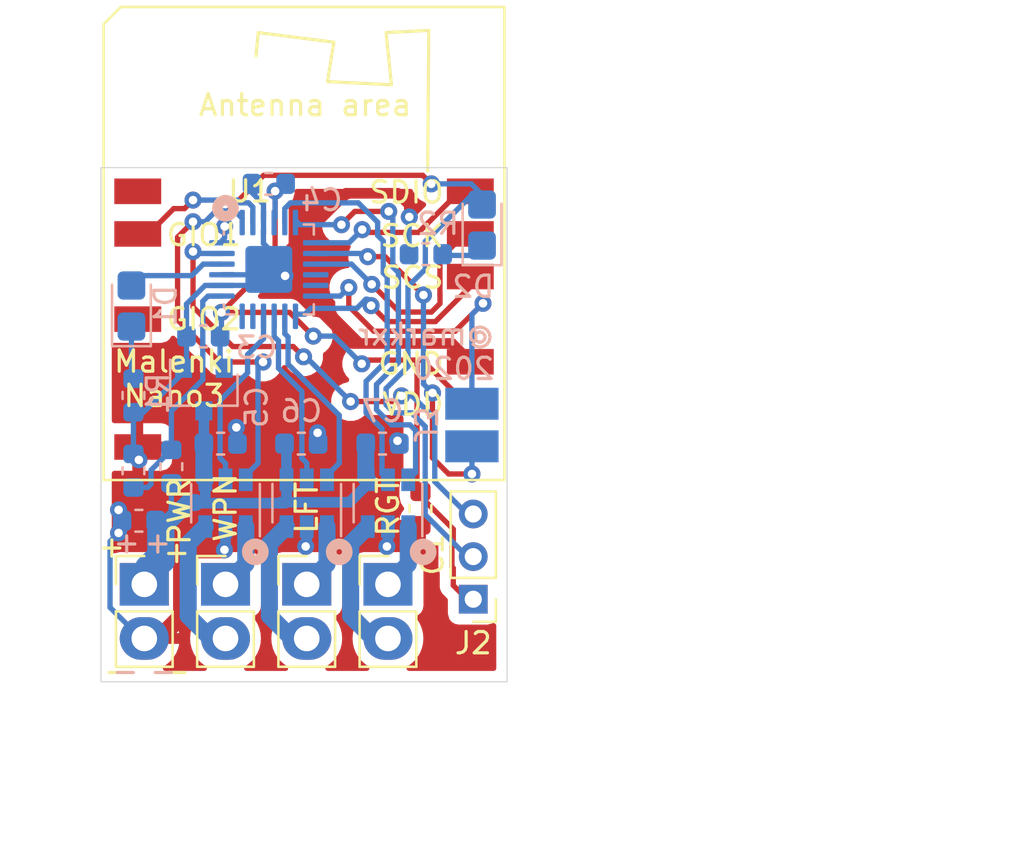
<source format=kicad_pcb>
(kicad_pcb (version 20200119) (host pcbnew "5.99.0-unknown-aa95ff1~100~ubuntu18.04.1")

  (general
    (thickness 1.6)
    (drawings 25)
    (tracks 364)
    (modules 25)
    (nets 35)
  )

  (page "A4")
  (title_block
    (title "Malenki-nano3")
    (date "2020-03-01")
  )

  (layers
    (0 "F.Cu" signal)
    (31 "B.Cu" signal)
    (32 "B.Adhes" user)
    (33 "F.Adhes" user hide)
    (34 "B.Paste" user)
    (35 "F.Paste" user hide)
    (36 "B.SilkS" user)
    (37 "F.SilkS" user)
    (38 "B.Mask" user)
    (39 "F.Mask" user hide)
    (40 "Dwgs.User" user)
    (41 "Cmts.User" user)
    (42 "Eco1.User" user)
    (43 "Eco2.User" user)
    (44 "Edge.Cuts" user)
    (45 "Margin" user)
    (46 "B.CrtYd" user)
    (47 "F.CrtYd" user)
    (48 "B.Fab" user)
    (49 "F.Fab" user)
  )

  (setup
    (stackup
      (layer "F.SilkS" (type "Top Silk Screen"))
      (layer "F.Paste" (type "Top Solder Paste"))
      (layer "F.Mask" (type "Top Solder Mask") (color "Green") (thickness 0.01))
      (layer "F.Cu" (type "copper") (thickness 0.035))
      (layer "dielectric 1" (type "core") (thickness 1.51) (material "FR4") (epsilon_r 4.5) (loss_tangent 0.02))
      (layer "B.Cu" (type "copper") (thickness 0.035))
      (layer "B.Mask" (type "Bottom Solder Mask") (color "Green") (thickness 0.01))
      (layer "B.Paste" (type "Bottom Solder Paste"))
      (layer "B.SilkS" (type "Bottom Silk Screen"))
      (copper_finish "ENIG")
      (dielectric_constraints no)
    )
    (last_trace_width 0.25)
    (user_trace_width 0.5)
    (user_trace_width 0.8)
    (trace_clearance 0.2)
    (zone_clearance 0.508)
    (zone_45_only no)
    (trace_min 0.2)
    (via_size 0.8)
    (via_drill 0.4)
    (via_min_size 0.4)
    (via_min_drill 0.3)
    (uvia_size 0.3)
    (uvia_drill 0.1)
    (uvias_allowed no)
    (uvia_min_size 0.2)
    (uvia_min_drill 0.1)
    (max_error 0.005)
    (defaults
      (edge_clearance 0.025)
      (edge_cuts_line_width 0.05)
      (courtyard_line_width 0.05)
      (copper_line_width 0.2)
      (copper_text_dims (size 1.5 1.5) (thickness 0.3) keep_upright)
      (silk_line_width 0.12)
      (silk_text_dims (size 1 1) (thickness 0.15) keep_upright)
      (other_layers_line_width 0.15)
      (other_layers_text_dims (size 1 1) (thickness 0.15) keep_upright)
      (dimension_units 0)
      (dimension_precision 1)
    )
    (pad_size 1.5 2.5)
    (pad_drill 0)
    (pad_to_mask_clearance 0.051)
    (solder_mask_min_width 0.05)
    (aux_axis_origin 0 0)
    (visible_elements FFFDFF7F)
    (pcbplotparams
      (layerselection 0x110fc_ffffffff)
      (usegerberextensions false)
      (usegerberattributes false)
      (usegerberadvancedattributes false)
      (creategerberjobfile false)
      (excludeedgelayer true)
      (linewidth 0.100000)
      (plotframeref false)
      (viasonmask false)
      (mode 1)
      (useauxorigin false)
      (hpglpennumber 1)
      (hpglpenspeed 20)
      (hpglpendiameter 15.000000)
      (psnegative false)
      (psa4output false)
      (plotreference false)
      (plotvalue true)
      (plotinvisibletext false)
      (padsonsilk false)
      (subtractmaskfromsilk false)
      (outputformat 1)
      (mirror false)
      (drillshape 0)
      (scaleselection 1)
      (outputdirectory "plot/")
    )
  )

  (net 0 "")
  (net 1 "GND")
  (net 2 "/VLOGIC")
  (net 3 "VBAT")
  (net 4 "BLINKY")
  (net 5 "Net-(D1-Pad1)")
  (net 6 "TXDEBUG")
  (net 7 "Net-(D2-Pad1)")
  (net 8 "UPDI")
  (net 9 "Net-(J5-Pad2)")
  (net 10 "Net-(J5-Pad1)")
  (net 11 "Net-(J6-Pad2)")
  (net 12 "Net-(J6-Pad1)")
  (net 13 "Net-(J7-Pad2)")
  (net 14 "Net-(J7-Pad1)")
  (net 15 "Net-(U1-Pad8)")
  (net 16 "Net-(U1-Pad1)")
  (net 17 "SPI_SCS")
  (net 18 "GIO1")
  (net 19 "SPI_SCK")
  (net 20 "SPI_SDIO")
  (net 21 "Net-(U3-Pad18)")
  (net 22 "Net-(U3-Pad17)")
  (net 23 "MOTOR1R")
  (net 24 "MOTOR2R")
  (net 25 "MOTOR2F")
  (net 26 "Net-(U3-Pad11)")
  (net 27 "Net-(U3-Pad10)")
  (net 28 "MOTOR3F")
  (net 29 "MOTOR3R")
  (net 30 "MOTOR1F")
  (net 31 "WEAPON2")
  (net 32 "Net-(U1-Pad4)")
  (net 33 "VSENSE")
  (net 34 "WEAPON3")

  (net_class "Default" "This is the default net class."
    (clearance 0.2)
    (trace_width 0.25)
    (via_dia 0.8)
    (via_drill 0.4)
    (uvia_dia 0.3)
    (uvia_drill 0.1)
    (add_net "/VLOGIC")
    (add_net "BLINKY")
    (add_net "GIO1")
    (add_net "GND")
    (add_net "MOTOR1F")
    (add_net "MOTOR1R")
    (add_net "MOTOR2F")
    (add_net "MOTOR2R")
    (add_net "MOTOR3F")
    (add_net "MOTOR3R")
    (add_net "Net-(D1-Pad1)")
    (add_net "Net-(D2-Pad1)")
    (add_net "Net-(J5-Pad1)")
    (add_net "Net-(J5-Pad2)")
    (add_net "Net-(J6-Pad1)")
    (add_net "Net-(J6-Pad2)")
    (add_net "Net-(J7-Pad1)")
    (add_net "Net-(J7-Pad2)")
    (add_net "Net-(U1-Pad1)")
    (add_net "Net-(U1-Pad4)")
    (add_net "Net-(U1-Pad8)")
    (add_net "Net-(U3-Pad10)")
    (add_net "Net-(U3-Pad11)")
    (add_net "Net-(U3-Pad17)")
    (add_net "Net-(U3-Pad18)")
    (add_net "SPI_SCK")
    (add_net "SPI_SCS")
    (add_net "SPI_SDIO")
    (add_net "TXDEBUG")
    (add_net "UPDI")
    (add_net "VBAT")
    (add_net "VSENSE")
    (add_net "WEAPON2")
    (add_net "WEAPON3")
  )

  (module "LED_SMD:LED_0805_2012Metric_Castellated" (layer "B.Cu") (tedit 5B36C52C) (tstamp 00000000-0000-0000-0000-00005dc443b4)
    (at 154.273 64.417 90)
    (descr "LED SMD 0805 (2012 Metric), castellated end terminal, IPC_7351 nominal, (Body size source: https://docs.google.com/spreadsheets/d/1BsfQQcO9C6DZCsRaXUlFlo91Tg2WpOkGARC1WS5S8t0/edit?usp=sharing), generated with kicad-footprint-generator")
    (tags "LED castellated")
    (path "/00000000-0000-0000-0000-00005d6ab864")
    (attr smd)
    (fp_text reference "D2" (at -2.893 -0.4125 180) (layer "B.SilkS")
      (effects (font (size 1 1) (thickness 0.15)) (justify mirror))
    )
    (fp_text value "LED Red" (at 0 -1.6 90) (layer "B.Fab")
      (effects (font (size 1 1) (thickness 0.15)) (justify mirror))
    )
    (fp_text user "%R" (at 0 0 90) (layer "B.Fab")
      (effects (font (size 0.5 0.5) (thickness 0.08)) (justify mirror))
    )
    (fp_line (start 1.88 -0.9) (end -1.88 -0.9) (layer "B.CrtYd") (width 0.05))
    (fp_line (start 1.88 0.9) (end 1.88 -0.9) (layer "B.CrtYd") (width 0.05))
    (fp_line (start -1.88 0.9) (end 1.88 0.9) (layer "B.CrtYd") (width 0.05))
    (fp_line (start -1.88 -0.9) (end -1.88 0.9) (layer "B.CrtYd") (width 0.05))
    (fp_line (start -1.885 -0.91) (end 1 -0.91) (layer "B.SilkS") (width 0.12))
    (fp_line (start -1.885 0.91) (end -1.885 -0.91) (layer "B.SilkS") (width 0.12))
    (fp_line (start 1 0.91) (end -1.885 0.91) (layer "B.SilkS") (width 0.12))
    (fp_line (start 1 -0.6) (end 1 0.6) (layer "B.Fab") (width 0.1))
    (fp_line (start -1 -0.6) (end 1 -0.6) (layer "B.Fab") (width 0.1))
    (fp_line (start -1 0.3) (end -1 -0.6) (layer "B.Fab") (width 0.1))
    (fp_line (start -0.7 0.6) (end -1 0.3) (layer "B.Fab") (width 0.1))
    (fp_line (start 1 0.6) (end -0.7 0.6) (layer "B.Fab") (width 0.1))
    (pad "2" smd roundrect (at 0.9625 0 90) (size 1.325 1.3) (layers "B.Cu" "B.Paste" "B.Mask") (roundrect_rratio 0.192308)
      (net 6 "TXDEBUG"))
    (pad "1" smd roundrect (at -0.9625 0 90) (size 1.325 1.3) (layers "B.Cu" "B.Paste" "B.Mask") (roundrect_rratio 0.192308)
      (net 7 "Net-(D2-Pad1)"))
    (model "${KISYS3DMOD}/LED_SMD.3dshapes/LED_0805_2012Metric_Castellated.wrl"
      (at (xyz 0 0 0))
      (scale (xyz 1 1 1))
      (rotate (xyz 0 0 0))
    )
  )

  (module "LED_SMD:LED_0805_2012Metric_Castellated" (layer "B.Cu") (tedit 5B36C52C) (tstamp 00000000-0000-0000-0000-00005dc443a1)
    (at 137.827 68.217 90)
    (descr "LED SMD 0805 (2012 Metric), castellated end terminal, IPC_7351 nominal, (Body size source: https://docs.google.com/spreadsheets/d/1BsfQQcO9C6DZCsRaXUlFlo91Tg2WpOkGARC1WS5S8t0/edit?usp=sharing), generated with kicad-footprint-generator")
    (tags "LED castellated")
    (path "/00000000-0000-0000-0000-00005cdd2ed4")
    (attr smd)
    (fp_text reference "D1" (at 0 1.6 90) (layer "B.SilkS")
      (effects (font (size 1 1) (thickness 0.15)) (justify mirror))
    )
    (fp_text value "LED Blue" (at 0 -1.6 90) (layer "B.Fab")
      (effects (font (size 1 1) (thickness 0.15)) (justify mirror))
    )
    (fp_text user "%R" (at 0 0 90) (layer "B.Fab")
      (effects (font (size 0.5 0.5) (thickness 0.08)) (justify mirror))
    )
    (fp_line (start 1.88 -0.9) (end -1.88 -0.9) (layer "B.CrtYd") (width 0.05))
    (fp_line (start 1.88 0.9) (end 1.88 -0.9) (layer "B.CrtYd") (width 0.05))
    (fp_line (start -1.88 0.9) (end 1.88 0.9) (layer "B.CrtYd") (width 0.05))
    (fp_line (start -1.88 -0.9) (end -1.88 0.9) (layer "B.CrtYd") (width 0.05))
    (fp_line (start -1.885 -0.91) (end 1 -0.91) (layer "B.SilkS") (width 0.12))
    (fp_line (start -1.885 0.91) (end -1.885 -0.91) (layer "B.SilkS") (width 0.12))
    (fp_line (start 1 0.91) (end -1.885 0.91) (layer "B.SilkS") (width 0.12))
    (fp_line (start 1 -0.6) (end 1 0.6) (layer "B.Fab") (width 0.1))
    (fp_line (start -1 -0.6) (end 1 -0.6) (layer "B.Fab") (width 0.1))
    (fp_line (start -1 0.3) (end -1 -0.6) (layer "B.Fab") (width 0.1))
    (fp_line (start -0.7 0.6) (end -1 0.3) (layer "B.Fab") (width 0.1))
    (fp_line (start 1 0.6) (end -0.7 0.6) (layer "B.Fab") (width 0.1))
    (pad "2" smd roundrect (at 0.9625 0 90) (size 1.325 1.3) (layers "B.Cu" "B.Paste" "B.Mask") (roundrect_rratio 0.192308)
      (net 4 "BLINKY"))
    (pad "1" smd roundrect (at -0.9625 0 90) (size 1.325 1.3) (layers "B.Cu" "B.Paste" "B.Mask") (roundrect_rratio 0.192308)
      (net 5 "Net-(D1-Pad1)"))
    (model "${KISYS3DMOD}/LED_SMD.3dshapes/LED_0805_2012Metric_Castellated.wrl"
      (at (xyz 0 0 0))
      (scale (xyz 1 1 1))
      (rotate (xyz 0 0 0))
    )
  )

  (module "Resistor_SMD:R_0603_1608Metric" (layer "B.Cu") (tedit 5B301BBD) (tstamp 00000000-0000-0000-0000-00005e2f1cdf)
    (at 137.922 75.946 90)
    (descr "Resistor SMD 0603 (1608 Metric), square (rectangular) end terminal, IPC_7351 nominal, (Body size source: http://www.tortai-tech.com/upload/download/2011102023233369053.pdf), generated with kicad-footprint-generator")
    (tags "resistor")
    (path "/00000000-0000-0000-0000-00005e305615")
    (attr smd)
    (fp_text reference "R4" (at -1.9685 -0.254 180) (layer "B.SilkS") hide
      (effects (font (size 1 1) (thickness 0.15)) (justify mirror))
    )
    (fp_text value "10k" (at 0 -1.43 90) (layer "B.Fab")
      (effects (font (size 1 1) (thickness 0.15)) (justify mirror))
    )
    (fp_text user "%R" (at 0 0 90) (layer "B.Fab")
      (effects (font (size 0.4 0.4) (thickness 0.06)) (justify mirror))
    )
    (fp_line (start 1.48 -0.73) (end -1.48 -0.73) (layer "B.CrtYd") (width 0.05))
    (fp_line (start 1.48 0.73) (end 1.48 -0.73) (layer "B.CrtYd") (width 0.05))
    (fp_line (start -1.48 0.73) (end 1.48 0.73) (layer "B.CrtYd") (width 0.05))
    (fp_line (start -1.48 -0.73) (end -1.48 0.73) (layer "B.CrtYd") (width 0.05))
    (fp_line (start -0.162779 -0.51) (end 0.162779 -0.51) (layer "B.SilkS") (width 0.12))
    (fp_line (start -0.162779 0.51) (end 0.162779 0.51) (layer "B.SilkS") (width 0.12))
    (fp_line (start 0.8 -0.4) (end -0.8 -0.4) (layer "B.Fab") (width 0.1))
    (fp_line (start 0.8 0.4) (end 0.8 -0.4) (layer "B.Fab") (width 0.1))
    (fp_line (start -0.8 0.4) (end 0.8 0.4) (layer "B.Fab") (width 0.1))
    (fp_line (start -0.8 -0.4) (end -0.8 0.4) (layer "B.Fab") (width 0.1))
    (pad "2" smd roundrect (at 0.7875 0 90) (size 0.875 0.95) (layers "B.Cu" "B.Paste" "B.Mask") (roundrect_rratio 0.25)
      (net 1 "GND"))
    (pad "1" smd roundrect (at -0.7875 0 90) (size 0.875 0.95) (layers "B.Cu" "B.Paste" "B.Mask") (roundrect_rratio 0.25)
      (net 33 "VSENSE"))
    (model "${KISYS3DMOD}/Resistor_SMD.3dshapes/R_0603_1608Metric.wrl"
      (at (xyz 0 0 0))
      (scale (xyz 1 1 1))
      (rotate (xyz 0 0 0))
    )
  )

  (module "Resistor_SMD:R_0603_1608Metric" (layer "B.Cu") (tedit 5B301BBD) (tstamp 00000000-0000-0000-0000-00005e2f1f19)
    (at 139.7 75.7555 90)
    (descr "Resistor SMD 0603 (1608 Metric), square (rectangular) end terminal, IPC_7351 nominal, (Body size source: http://www.tortai-tech.com/upload/download/2011102023233369053.pdf), generated with kicad-footprint-generator")
    (tags "resistor")
    (path "/00000000-0000-0000-0000-00005e302abb")
    (attr smd)
    (fp_text reference "R3" (at -2.159 -0.1905 180) (layer "B.SilkS") hide
      (effects (font (size 1 1) (thickness 0.15)) (justify mirror))
    )
    (fp_text value "33k" (at 0 -1.43 90) (layer "B.Fab")
      (effects (font (size 1 1) (thickness 0.15)) (justify mirror))
    )
    (fp_text user "%R" (at 0 0 90) (layer "B.Fab")
      (effects (font (size 0.4 0.4) (thickness 0.06)) (justify mirror))
    )
    (fp_line (start 1.48 -0.73) (end -1.48 -0.73) (layer "B.CrtYd") (width 0.05))
    (fp_line (start 1.48 0.73) (end 1.48 -0.73) (layer "B.CrtYd") (width 0.05))
    (fp_line (start -1.48 0.73) (end 1.48 0.73) (layer "B.CrtYd") (width 0.05))
    (fp_line (start -1.48 -0.73) (end -1.48 0.73) (layer "B.CrtYd") (width 0.05))
    (fp_line (start -0.162779 -0.51) (end 0.162779 -0.51) (layer "B.SilkS") (width 0.12))
    (fp_line (start -0.162779 0.51) (end 0.162779 0.51) (layer "B.SilkS") (width 0.12))
    (fp_line (start 0.8 -0.4) (end -0.8 -0.4) (layer "B.Fab") (width 0.1))
    (fp_line (start 0.8 0.4) (end 0.8 -0.4) (layer "B.Fab") (width 0.1))
    (fp_line (start -0.8 0.4) (end 0.8 0.4) (layer "B.Fab") (width 0.1))
    (fp_line (start -0.8 -0.4) (end -0.8 0.4) (layer "B.Fab") (width 0.1))
    (pad "2" smd roundrect (at 0.7875 0 90) (size 0.875 0.95) (layers "B.Cu" "B.Paste" "B.Mask") (roundrect_rratio 0.25)
      (net 33 "VSENSE"))
    (pad "1" smd roundrect (at -0.7875 0 90) (size 0.875 0.95) (layers "B.Cu" "B.Paste" "B.Mask") (roundrect_rratio 0.25)
      (net 3 "VBAT"))
    (model "${KISYS3DMOD}/Resistor_SMD.3dshapes/R_0603_1608Metric.wrl"
      (at (xyz 0 0 0))
      (scale (xyz 1 1 1))
      (rotate (xyz 0 0 0))
    )
  )

  (module "malenki-nano:wirepad_2" locked (layer "B.Cu") (tedit 5E296FFD) (tstamp 00000000-0000-0000-0000-00005e29cf0e)
    (at 153.797 73.803 -90)
    (path "/00000000-0000-0000-0000-00005e29e95e")
    (fp_text reference "J3" (at 0 2.2 -90 unlocked) (layer "B.SilkS")
      (effects (font (size 1 1) (thickness 0.15)) (justify mirror))
    )
    (fp_text value "Conn_01x02" (at 0 -1.8 -90 unlocked) (layer "B.Fab")
      (effects (font (size 1 1) (thickness 0.15)) (justify mirror))
    )
    (pad "2" smd rect (at 1 0 270) (size 1.5 2.5) (layers "B.Cu" "B.Paste" "B.Mask")
      (net 34 "WEAPON3"))
    (pad "1" smd rect (at -1 0 270) (size 1.5 2.5) (layers "B.Cu" "B.Paste" "B.Mask")
      (net 31 "WEAPON2"))
  )

  (module "Connector_PinHeader_2.00mm:PinHeader_1x03_P2.00mm_Vertical" (layer "F.Cu") (tedit 59FED667) (tstamp 00000000-0000-0000-0000-00005e29c607)
    (at 153.8605 81.9785 180)
    (descr "Through hole straight pin header, 1x03, 2.00mm pitch, single row")
    (tags "Through hole pin header THT 1x03 2.00mm single row")
    (path "/00000000-0000-0000-0000-00005e297c26")
    (fp_text reference "J2" (at 0 -2.06) (layer "F.SilkS")
      (effects (font (size 1 1) (thickness 0.15)))
    )
    (fp_text value "Conn_01x03" (at 0 6.06) (layer "F.Fab")
      (effects (font (size 1 1) (thickness 0.15)))
    )
    (fp_text user "%R" (at 0 2 270) (layer "F.Fab")
      (effects (font (size 1 1) (thickness 0.15)))
    )
    (fp_line (start 1.5 -1.5) (end -1.5 -1.5) (layer "F.CrtYd") (width 0.05))
    (fp_line (start 1.5 5.5) (end 1.5 -1.5) (layer "F.CrtYd") (width 0.05))
    (fp_line (start -1.5 5.5) (end 1.5 5.5) (layer "F.CrtYd") (width 0.05))
    (fp_line (start -1.5 -1.5) (end -1.5 5.5) (layer "F.CrtYd") (width 0.05))
    (fp_line (start -1.06 -1.06) (end 0 -1.06) (layer "F.SilkS") (width 0.12))
    (fp_line (start -1.06 0) (end -1.06 -1.06) (layer "F.SilkS") (width 0.12))
    (fp_line (start -1.06 1) (end 1.06 1) (layer "F.SilkS") (width 0.12))
    (fp_line (start 1.06 1) (end 1.06 5.06) (layer "F.SilkS") (width 0.12))
    (fp_line (start -1.06 1) (end -1.06 5.06) (layer "F.SilkS") (width 0.12))
    (fp_line (start -1.06 5.06) (end 1.06 5.06) (layer "F.SilkS") (width 0.12))
    (fp_line (start -1 -0.5) (end -0.5 -1) (layer "F.Fab") (width 0.1))
    (fp_line (start -1 5) (end -1 -0.5) (layer "F.Fab") (width 0.1))
    (fp_line (start 1 5) (end -1 5) (layer "F.Fab") (width 0.1))
    (fp_line (start 1 -1) (end 1 5) (layer "F.Fab") (width 0.1))
    (fp_line (start -0.5 -1) (end 1 -1) (layer "F.Fab") (width 0.1))
    (pad "3" thru_hole oval (at 0 4 180) (size 1.35 1.35) (drill 0.8) (layers *.Cu *.Mask)
      (net 8 "UPDI"))
    (pad "2" thru_hole oval (at 0 2 180) (size 1.35 1.35) (drill 0.8) (layers *.Cu *.Mask)
      (net 6 "TXDEBUG"))
    (pad "1" thru_hole rect (at 0 0 180) (size 1.35 1.35) (drill 0.8) (layers *.Cu *.Mask)
      (net 2 "/VLOGIC"))
    (model "${KISYS3DMOD}/Connector_PinHeader_2.00mm.3dshapes/PinHeader_1x03_P2.00mm_Vertical.wrl"
      (at (xyz 0 0 0))
      (scale (xyz 1 1 1))
      (rotate (xyz 0 0 0))
    )
  )

  (module "malenki-nano:A7105-module" locked (layer "F.Cu") (tedit 5D5814B5) (tstamp 00000000-0000-0000-0000-00005e2875e2)
    (at 145.923 68.834 -90)
    (path "/00000000-0000-0000-0000-00005cdc9c70")
    (attr smd)
    (fp_text reference "U1" (at -6 2.55) (layer "F.SilkS")
      (effects (font (size 1 1) (thickness 0.15)))
    )
    (fp_text value "A7105-MODULE" (at 0 0 90) (layer "F.Fab")
      (effects (font (size 1 1) (thickness 0.15)))
    )
    (fp_line (start -13.45 2.15) (end -12.35 2.25) (layer "F.SilkS") (width 0.15))
    (fp_line (start -13 -1.4) (end -13.45 2.15) (layer "F.SilkS") (width 0.15))
    (fp_line (start -11.15 -1.1) (end -13 -1.4) (layer "F.SilkS") (width 0.15))
    (fp_line (start -11 -4.1) (end -11.15 -1.1) (layer "F.SilkS") (width 0.15))
    (fp_line (start -13.45 -3.85) (end -11 -4.1) (layer "F.SilkS") (width 0.15))
    (fp_line (start -13.55 -5.85) (end -13.45 -3.85) (layer "F.SilkS") (width 0.15))
    (fp_line (start -6.95 -5.8) (end -13.55 -5.85) (layer "F.SilkS") (width 0.15))
    (fp_text user "SDIO" (at -5.95 -4.8) (layer "F.SilkS")
      (effects (font (size 1 1) (thickness 0.15)))
    )
    (fp_text user "SCK" (at -3.9 -5.061904) (layer "F.SilkS")
      (effects (font (size 1 1) (thickness 0.15)))
    )
    (fp_text user "SCS" (at -1.95 -5.085714) (layer "F.SilkS")
      (effects (font (size 1 1) (thickness 0.15)))
    )
    (fp_text user "VDD" (at 4 -5.109523) (layer "F.SilkS")
      (effects (font (size 1 1) (thickness 0.15)))
    )
    (fp_text user "GND" (at 2.1 -5.014285) (layer "F.SilkS")
      (effects (font (size 1 1) (thickness 0.15)))
    )
    (fp_text user "GND" (at 2.1 -5.014285) (layer "F.SilkS")
      (effects (font (size 1 1) (thickness 0.15)))
    )
    (fp_text user "GIO2" (at 0 4.7) (layer "F.SilkS")
      (effects (font (size 1 1) (thickness 0.15)))
    )
    (fp_text user "GIO1" (at -3.95 4.7) (layer "F.SilkS")
      (effects (font (size 1 1) (thickness 0.15)))
    )
    (fp_text user "Antenna area" (at -10.05 -0.05) (layer "F.SilkS")
      (effects (font (size 1 1) (thickness 0.15)))
    )
    (fp_line (start -6.85 9.15) (end -6.85 -9.15) (layer "F.CrtYd") (width 0.05))
    (fp_line (start 6.85 9.15) (end -6.85 9.15) (layer "F.CrtYd") (width 0.05))
    (fp_line (start 6.85 -9.15) (end 6.85 9.15) (layer "F.CrtYd") (width 0.05))
    (fp_line (start -6.85 -9.15) (end 6.85 -9.15) (layer "F.CrtYd") (width 0.05))
    (fp_line (start 7.55 9.4) (end -13.85 9.4) (layer "F.SilkS") (width 0.12))
    (fp_line (start 7.55 -9.4) (end 7.55 9.4) (layer "F.SilkS") (width 0.12))
    (fp_line (start -14.65 -9.4) (end 7.55 -9.4) (layer "F.SilkS") (width 0.12))
    (fp_line (start -14.65 8.6) (end -14.65 -9.4) (layer "F.SilkS") (width 0.12))
    (fp_line (start -13.85 9.4) (end -14.65 8.6) (layer "F.SilkS") (width 0.12))
    (pad "8" smd rect (at 6 -7.8 270) (size 1.2 2.2) (layers "F.Cu" "F.Paste" "F.Mask")
      (net 15 "Net-(U1-Pad8)"))
    (pad "1" smd rect (at -6 7.8 270) (size 1.2 2.2) (layers "F.Cu" "F.Paste" "F.Mask")
      (net 16 "Net-(U1-Pad1)"))
    (pad "7" smd rect (at 6 7.8 270) (size 1.2 2.2) (layers "F.Cu" "F.Paste" "F.Mask")
      (net 1 "GND"))
    (pad "9" smd rect (at 4 -7.8 270) (size 1.2 2.2) (layers "F.Cu" "F.Paste" "F.Mask")
      (net 2 "/VLOGIC"))
    (pad "10" smd rect (at 2 -7.8 270) (size 1.2 2.2) (layers "F.Cu" "F.Paste" "F.Mask")
      (net 1 "GND"))
    (pad "4" smd rect (at 0 7.8 270) (size 1.2 2.2) (layers "F.Cu" "F.Paste" "F.Mask")
      (net 32 "Net-(U1-Pad4)"))
    (pad "12" smd rect (at -2 -7.8 270) (size 1.2 2.2) (layers "F.Cu" "F.Paste" "F.Mask")
      (net 17 "SPI_SCS"))
    (pad "2" smd rect (at -4 7.8 270) (size 1.2 2.2) (layers "F.Cu" "F.Paste" "F.Mask")
      (net 18 "GIO1"))
    (pad "13" smd rect (at -4 -7.8 270) (size 1.2 2.2) (layers "F.Cu" "F.Paste" "F.Mask")
      (net 19 "SPI_SCK"))
    (pad "14" smd rect (at -6 -7.8 270) (size 1.2 2.2) (layers "F.Cu" "F.Paste" "F.Mask")
      (net 20 "SPI_SDIO"))
  )

  (module "malenki-nano:qfn24-hand1" locked (layer "B.Cu") (tedit 5E5C4BCB) (tstamp 00000000-0000-0000-0000-00005e2850af)
    (at 144.272 66.5 -90)
    (descr "QFN, 24 Pin (http://ww1.microchip.com/downloads/en/PackagingSpec/00000049BQ.pdf#page=278), generated with kicad-footprint-generator ipc_dfn_qfn_generator.py")
    (tags "QFN DFN_QFN")
    (path "/00000000-0000-0000-0000-00005dc45560")
    (attr smd)
    (fp_text reference "U3" (at 2.207 -3.6195 180) (layer "B.SilkS") hide
      (effects (font (size 1 1) (thickness 0.15)) (justify mirror))
    )
    (fp_text value "ATtiny1617-M" (at 0 -3.3 90) (layer "B.Fab")
      (effects (font (size 1 1) (thickness 0.15)) (justify mirror))
    )
    (fp_text user "%R" (at 0 0 90) (layer "B.Fab")
      (effects (font (size 1 1) (thickness 0.15)) (justify mirror))
    )
    (fp_line (start 2.6 2.6) (end -2.6 2.6) (layer "B.CrtYd") (width 0.05))
    (fp_line (start 2.6 -2.6) (end 2.6 2.6) (layer "B.CrtYd") (width 0.05))
    (fp_line (start -2.6 -2.6) (end 2.6 -2.6) (layer "B.CrtYd") (width 0.05))
    (fp_line (start -2.6 2.6) (end -2.6 -2.6) (layer "B.CrtYd") (width 0.05))
    (fp_line (start -2 1) (end -1 2) (layer "B.Fab") (width 0.1))
    (fp_line (start -2 -2) (end -2 1) (layer "B.Fab") (width 0.1))
    (fp_line (start 2 -2) (end -2 -2) (layer "B.Fab") (width 0.1))
    (fp_line (start 2 2) (end 2 -2) (layer "B.Fab") (width 0.1))
    (fp_line (start -1 2) (end 2 2) (layer "B.Fab") (width 0.1))
    (fp_line (start -1.635 2.11) (end -2.11 2.11) (layer "B.SilkS") (width 0.12))
    (fp_line (start 2.11 -2.11) (end 2.11 -1.635) (layer "B.SilkS") (width 0.12))
    (fp_line (start 1.635 -2.11) (end 2.11 -2.11) (layer "B.SilkS") (width 0.12))
    (fp_line (start -2.11 -2.11) (end -2.11 -1.635) (layer "B.SilkS") (width 0.12))
    (fp_line (start -1.635 -2.11) (end -2.11 -2.11) (layer "B.SilkS") (width 0.12))
    (fp_line (start 2.11 2.11) (end 2.11 1.635) (layer "B.SilkS") (width 0.12))
    (fp_line (start 1.635 2.11) (end 2.11 2.11) (layer "B.SilkS") (width 0.12))
    (pad "24" smd roundrect (at -1.25 2.2 270) (size 0.25 1.2) (layers "B.Cu" "B.Paste" "B.Mask") (roundrect_rratio 0.25)
      (net 6 "TXDEBUG"))
    (pad "23" smd roundrect (at -0.75 2.2 270) (size 0.25 1.2) (layers "B.Cu" "B.Paste" "B.Mask") (roundrect_rratio 0.25)
      (net 8 "UPDI"))
    (pad "22" smd roundrect (at -0.25 2.2 270) (size 0.25 1.2) (layers "B.Cu" "B.Paste" "B.Mask") (roundrect_rratio 0.25)
      (net 4 "BLINKY"))
    (pad "21" smd roundrect (at 0.25 2.2 270) (size 0.25 1.2) (layers "B.Cu" "B.Paste" "B.Mask") (roundrect_rratio 0.25)
      (net 1 "GND"))
    (pad "20" smd roundrect (at 0.75 2.2 270) (size 0.25 1.2) (layers "B.Cu" "B.Paste" "B.Mask") (roundrect_rratio 0.25)
      (net 1 "GND"))
    (pad "19" smd roundrect (at 1.25 2.2 270) (size 0.25 1.2) (layers "B.Cu" "B.Paste" "B.Mask") (roundrect_rratio 0.25)
      (net 33 "VSENSE"))
    (pad "18" smd roundrect (at 2.2 1.25 270) (size 1.2 0.25) (layers "B.Cu" "B.Paste" "B.Mask") (roundrect_rratio 0.25)
      (net 21 "Net-(U3-Pad18)"))
    (pad "17" smd roundrect (at 2.2 0.75 270) (size 1.2 0.25) (layers "B.Cu" "B.Paste" "B.Mask") (roundrect_rratio 0.25)
      (net 22 "Net-(U3-Pad17)"))
    (pad "16" smd roundrect (at 2.2 0.25 270) (size 1.2 0.25) (layers "B.Cu" "B.Paste" "B.Mask") (roundrect_rratio 0.25)
      (net 23 "MOTOR1R"))
    (pad "15" smd roundrect (at 2.2 -0.25 270) (size 1.2 0.25) (layers "B.Cu" "B.Paste" "B.Mask") (roundrect_rratio 0.25)
      (net 24 "MOTOR2R"))
    (pad "14" smd roundrect (at 2.2 -0.75 270) (size 1.2 0.25) (layers "B.Cu" "B.Paste" "B.Mask") (roundrect_rratio 0.25)
      (net 25 "MOTOR2F"))
    (pad "13" smd roundrect (at 2.2 -1.25 270) (size 1.2 0.25) (layers "B.Cu" "B.Paste" "B.Mask") (roundrect_rratio 0.25)
      (net 17 "SPI_SCS"))
    (pad "12" smd roundrect (at 1.25 -2.2 270) (size 0.25 1.2) (layers "B.Cu" "B.Paste" "B.Mask") (roundrect_rratio 0.25)
      (net 31 "WEAPON2"))
    (pad "11" smd roundrect (at 0.75 -2.2 270) (size 0.25 1.2) (layers "B.Cu" "B.Paste" "B.Mask") (roundrect_rratio 0.25)
      (net 26 "Net-(U3-Pad11)"))
    (pad "10" smd roundrect (at 0.25 -2.2 270) (size 0.25 1.2) (layers "B.Cu" "B.Paste" "B.Mask") (roundrect_rratio 0.25)
      (net 27 "Net-(U3-Pad10)"))
    (pad "9" smd roundrect (at -0.25 -2.2 270) (size 0.25 1.2) (layers "B.Cu" "B.Paste" "B.Mask") (roundrect_rratio 0.25)
      (net 19 "SPI_SCK"))
    (pad "8" smd roundrect (at -0.75 -2.2 270) (size 0.25 1.2) (layers "B.Cu" "B.Paste" "B.Mask") (roundrect_rratio 0.25)
      (net 34 "WEAPON3"))
    (pad "7" smd roundrect (at -1.25 -2.2 270) (size 0.25 1.2) (layers "B.Cu" "B.Paste" "B.Mask") (roundrect_rratio 0.25)
      (net 20 "SPI_SDIO"))
    (pad "6" smd roundrect (at -2.2 -1.25 270) (size 1.2 0.25) (layers "B.Cu" "B.Paste" "B.Mask") (roundrect_rratio 0.25)
      (net 28 "MOTOR3F"))
    (pad "5" smd roundrect (at -2.2 -0.75 270) (size 1.2 0.25) (layers "B.Cu" "B.Paste" "B.Mask") (roundrect_rratio 0.25)
      (net 29 "MOTOR3R"))
    (pad "4" smd roundrect (at -2.2 -0.25 270) (size 1.2 0.25) (layers "B.Cu" "B.Paste" "B.Mask") (roundrect_rratio 0.25)
      (net 2 "/VLOGIC"))
    (pad "3" smd roundrect (at -2.2 0.25 270) (size 1.2 0.25) (layers "B.Cu" "B.Paste" "B.Mask") (roundrect_rratio 0.25)
      (net 1 "GND"))
    (pad "2" smd roundrect (at -2.2 0.75 270) (size 1.2 0.25) (layers "B.Cu" "B.Paste" "B.Mask") (roundrect_rratio 0.25)
      (net 18 "GIO1"))
    (pad "1" smd roundrect (at -2.2 1.25 270) (size 1.2 0.25) (layers "B.Cu" "B.Paste" "B.Mask") (roundrect_rratio 0.25)
      (net 30 "MOTOR1F"))
    (pad "" smd roundrect (at 0.65 -0.65 270) (size 0.8 0.8) (layers "B.Paste") (roundrect_rratio 0.238))
    (pad "" smd roundrect (at 0.65 0.65 270) (size 0.8 0.8) (layers "B.Paste") (roundrect_rratio 0.238))
    (pad "" smd roundrect (at -0.65 -0.65 270) (size 0.8 0.8) (layers "B.Paste") (roundrect_rratio 0.238))
    (pad "" smd roundrect (at -0.65 0.65 270) (size 0.8 0.8) (layers "B.Paste") (roundrect_rratio 0.238))
    (pad "25" smd roundrect (at 0 0 270) (size 2.2 2.2) (layers "B.Cu" "B.Mask") (roundrect_rratio 0.096)
      (net 1 "GND"))
    (model "${KISYS3DMOD}/Package_DFN_QFN.3dshapes/QFN-24-1EP_4x4mm_P0.5mm_EP2.6x2.6mm.wrl"
      (at (xyz 0 0 0))
      (scale (xyz 1 1 1))
      (rotate (xyz 0 0 0))
    )
  )

  (module "Package_TO_SOT_SMD:SOT-23" (layer "B.Cu") (tedit 5A02FF57) (tstamp 00000000-0000-0000-0000-00005dc460b6)
    (at 141.224 72.136 -90)
    (descr "SOT-23, Standard")
    (tags "SOT-23")
    (path "/00000000-0000-0000-0000-00005dcb118a")
    (attr smd)
    (fp_text reference "U2" (at -0.762 -2.54) (layer "B.SilkS") hide
      (effects (font (size 1 1) (thickness 0.15)) (justify mirror))
    )
    (fp_text value "HT7233" (at 0 -2.5 -90) (layer "B.Fab")
      (effects (font (size 1 1) (thickness 0.15)) (justify mirror))
    )
    (fp_line (start 0.76 -1.58) (end -0.7 -1.58) (layer "B.SilkS") (width 0.12))
    (fp_line (start 0.76 1.58) (end -1.4 1.58) (layer "B.SilkS") (width 0.12))
    (fp_line (start -1.7 -1.75) (end -1.7 1.75) (layer "B.CrtYd") (width 0.05))
    (fp_line (start 1.7 -1.75) (end -1.7 -1.75) (layer "B.CrtYd") (width 0.05))
    (fp_line (start 1.7 1.75) (end 1.7 -1.75) (layer "B.CrtYd") (width 0.05))
    (fp_line (start -1.7 1.75) (end 1.7 1.75) (layer "B.CrtYd") (width 0.05))
    (fp_line (start 0.76 1.58) (end 0.76 0.65) (layer "B.SilkS") (width 0.12))
    (fp_line (start 0.76 -1.58) (end 0.76 -0.65) (layer "B.SilkS") (width 0.12))
    (fp_line (start -0.7 -1.52) (end 0.7 -1.52) (layer "B.Fab") (width 0.1))
    (fp_line (start 0.7 1.52) (end 0.7 -1.52) (layer "B.Fab") (width 0.1))
    (fp_line (start -0.7 0.95) (end -0.15 1.52) (layer "B.Fab") (width 0.1))
    (fp_line (start -0.15 1.52) (end 0.7 1.52) (layer "B.Fab") (width 0.1))
    (fp_line (start -0.7 0.95) (end -0.7 -1.5) (layer "B.Fab") (width 0.1))
    (fp_text user "%R" (at 0 0) (layer "B.Fab")
      (effects (font (size 0.5 0.5) (thickness 0.075)) (justify mirror))
    )
    (pad "3" smd rect (at 1 0 270) (size 0.9 0.8) (layers "B.Cu" "B.Paste" "B.Mask")
      (net 3 "VBAT"))
    (pad "2" smd rect (at -1 -0.95 270) (size 0.9 0.8) (layers "B.Cu" "B.Paste" "B.Mask")
      (net 2 "/VLOGIC"))
    (pad "1" smd rect (at -1 0.95 270) (size 0.9 0.8) (layers "B.Cu" "B.Paste" "B.Mask")
      (net 1 "GND"))
    (model "${KISYS3DMOD}/Package_TO_SOT_SMD.3dshapes/SOT-23.wrl"
      (at (xyz 0 0 0))
      (scale (xyz 1 1 1))
      (rotate (xyz 0 0 0))
    )
  )

  (module "Package_TO_SOT_SMD:SOT-23-6" (layer "B.Cu") (tedit 5A02FF57) (tstamp 00000000-0000-0000-0000-00005dc444f9)
    (at 149.86 77.47 90)
    (descr "6-pin SOT-23 package")
    (tags "SOT-23-6")
    (path "/00000000-0000-0000-0000-00005dc616a1")
    (attr smd)
    (fp_text reference "U7" (at 0 2.9 90) (layer "B.SilkS") hide
      (effects (font (size 1 1) (thickness 0.15)) (justify mirror))
    )
    (fp_text value "MX113L" (at 0 -2.9 90) (layer "B.Fab")
      (effects (font (size 1 1) (thickness 0.15)) (justify mirror))
    )
    (fp_line (start 0.9 1.55) (end 0.9 -1.55) (layer "B.Fab") (width 0.1))
    (fp_line (start 0.9 -1.55) (end -0.9 -1.55) (layer "B.Fab") (width 0.1))
    (fp_line (start -0.9 0.9) (end -0.9 -1.55) (layer "B.Fab") (width 0.1))
    (fp_line (start 0.9 1.55) (end -0.25 1.55) (layer "B.Fab") (width 0.1))
    (fp_line (start -0.9 0.9) (end -0.25 1.55) (layer "B.Fab") (width 0.1))
    (fp_line (start -1.9 1.8) (end -1.9 -1.8) (layer "B.CrtYd") (width 0.05))
    (fp_line (start -1.9 -1.8) (end 1.9 -1.8) (layer "B.CrtYd") (width 0.05))
    (fp_line (start 1.9 -1.8) (end 1.9 1.8) (layer "B.CrtYd") (width 0.05))
    (fp_line (start 1.9 1.8) (end -1.9 1.8) (layer "B.CrtYd") (width 0.05))
    (fp_line (start 0.9 1.61) (end -1.55 1.61) (layer "B.SilkS") (width 0.12))
    (fp_line (start -0.9 -1.61) (end 0.9 -1.61) (layer "B.SilkS") (width 0.12))
    (fp_text user "%R" (at 0 0 180) (layer "B.Fab")
      (effects (font (size 0.5 0.5) (thickness 0.075)) (justify mirror))
    )
    (pad "5" smd rect (at 1.1 0 90) (size 1.06 0.65) (layers "B.Cu" "B.Paste" "B.Mask")
      (net 29 "MOTOR3R"))
    (pad "6" smd rect (at 1.1 0.95 90) (size 1.06 0.65) (layers "B.Cu" "B.Paste" "B.Mask")
      (net 28 "MOTOR3F"))
    (pad "4" smd rect (at 1.1 -0.95 90) (size 1.06 0.65) (layers "B.Cu" "B.Paste" "B.Mask")
      (net 3 "VBAT"))
    (pad "3" smd rect (at -1.1 -0.95 90) (size 1.06 0.65) (layers "B.Cu" "B.Paste" "B.Mask")
      (net 13 "Net-(J7-Pad2)"))
    (pad "2" smd rect (at -1.1 0 90) (size 1.06 0.65) (layers "B.Cu" "B.Paste" "B.Mask")
      (net 1 "GND"))
    (pad "1" smd rect (at -1.1 0.95 90) (size 1.06 0.65) (layers "B.Cu" "B.Paste" "B.Mask")
      (net 14 "Net-(J7-Pad1)"))
    (model "${KISYS3DMOD}/Package_TO_SOT_SMD.3dshapes/SOT-23-6.wrl"
      (at (xyz 0 0 0))
      (scale (xyz 1 1 1))
      (rotate (xyz 0 0 0))
    )
  )

  (module "Package_TO_SOT_SMD:SOT-23-6" (layer "B.Cu") (tedit 5A02FF57) (tstamp 00000000-0000-0000-0000-00005dc444e3)
    (at 146.05 77.47 90)
    (descr "6-pin SOT-23 package")
    (tags "SOT-23-6")
    (path "/00000000-0000-0000-0000-00005dc52ccb")
    (attr smd)
    (fp_text reference "U6" (at 0.508 1.778 90) (layer "B.SilkS") hide
      (effects (font (size 1 1) (thickness 0.15)) (justify mirror))
    )
    (fp_text value "MX113L" (at 0 -2.9 90) (layer "B.Fab")
      (effects (font (size 1 1) (thickness 0.15)) (justify mirror))
    )
    (fp_line (start 0.9 1.55) (end 0.9 -1.55) (layer "B.Fab") (width 0.1))
    (fp_line (start 0.9 -1.55) (end -0.9 -1.55) (layer "B.Fab") (width 0.1))
    (fp_line (start -0.9 0.9) (end -0.9 -1.55) (layer "B.Fab") (width 0.1))
    (fp_line (start 0.9 1.55) (end -0.25 1.55) (layer "B.Fab") (width 0.1))
    (fp_line (start -0.9 0.9) (end -0.25 1.55) (layer "B.Fab") (width 0.1))
    (fp_line (start -1.9 1.8) (end -1.9 -1.8) (layer "B.CrtYd") (width 0.05))
    (fp_line (start -1.9 -1.8) (end 1.9 -1.8) (layer "B.CrtYd") (width 0.05))
    (fp_line (start 1.9 -1.8) (end 1.9 1.8) (layer "B.CrtYd") (width 0.05))
    (fp_line (start 1.9 1.8) (end -1.9 1.8) (layer "B.CrtYd") (width 0.05))
    (fp_line (start 0.9 1.61) (end -1.55 1.61) (layer "B.SilkS") (width 0.12))
    (fp_line (start -0.9 -1.61) (end 0.9 -1.61) (layer "B.SilkS") (width 0.12))
    (fp_text user "%R" (at 0 0 180) (layer "B.Fab")
      (effects (font (size 0.5 0.5) (thickness 0.075)) (justify mirror))
    )
    (pad "5" smd rect (at 1.1 0 90) (size 1.06 0.65) (layers "B.Cu" "B.Paste" "B.Mask")
      (net 24 "MOTOR2R"))
    (pad "6" smd rect (at 1.1 0.95 90) (size 1.06 0.65) (layers "B.Cu" "B.Paste" "B.Mask")
      (net 25 "MOTOR2F"))
    (pad "4" smd rect (at 1.1 -0.95 90) (size 1.06 0.65) (layers "B.Cu" "B.Paste" "B.Mask")
      (net 3 "VBAT"))
    (pad "3" smd rect (at -1.1 -0.95 90) (size 1.06 0.65) (layers "B.Cu" "B.Paste" "B.Mask")
      (net 11 "Net-(J6-Pad2)"))
    (pad "2" smd rect (at -1.1 0 90) (size 1.06 0.65) (layers "B.Cu" "B.Paste" "B.Mask")
      (net 1 "GND"))
    (pad "1" smd rect (at -1.1 0.95 90) (size 1.06 0.65) (layers "B.Cu" "B.Paste" "B.Mask")
      (net 12 "Net-(J6-Pad1)"))
    (model "${KISYS3DMOD}/Package_TO_SOT_SMD.3dshapes/SOT-23-6.wrl"
      (at (xyz 0 0 0))
      (scale (xyz 1 1 1))
      (rotate (xyz 0 0 0))
    )
  )

  (module "Package_TO_SOT_SMD:SOT-23-6" (layer "B.Cu") (tedit 5A02FF57) (tstamp 00000000-0000-0000-0000-00005dc444cd)
    (at 142.24 77.47 90)
    (descr "6-pin SOT-23 package")
    (tags "SOT-23-6")
    (path "/00000000-0000-0000-0000-00005dc4caf8")
    (attr smd)
    (fp_text reference "U5" (at 0 2.9 90) (layer "B.SilkS") hide
      (effects (font (size 1 1) (thickness 0.15)) (justify mirror))
    )
    (fp_text value "MX113L" (at 0 -2.9 90) (layer "B.Fab")
      (effects (font (size 1 1) (thickness 0.15)) (justify mirror))
    )
    (fp_line (start 0.9 1.55) (end 0.9 -1.55) (layer "B.Fab") (width 0.1))
    (fp_line (start 0.9 -1.55) (end -0.9 -1.55) (layer "B.Fab") (width 0.1))
    (fp_line (start -0.9 0.9) (end -0.9 -1.55) (layer "B.Fab") (width 0.1))
    (fp_line (start 0.9 1.55) (end -0.25 1.55) (layer "B.Fab") (width 0.1))
    (fp_line (start -0.9 0.9) (end -0.25 1.55) (layer "B.Fab") (width 0.1))
    (fp_line (start -1.9 1.8) (end -1.9 -1.8) (layer "B.CrtYd") (width 0.05))
    (fp_line (start -1.9 -1.8) (end 1.9 -1.8) (layer "B.CrtYd") (width 0.05))
    (fp_line (start 1.9 -1.8) (end 1.9 1.8) (layer "B.CrtYd") (width 0.05))
    (fp_line (start 1.9 1.8) (end -1.9 1.8) (layer "B.CrtYd") (width 0.05))
    (fp_line (start 0.9 1.61) (end -1.55 1.61) (layer "B.SilkS") (width 0.12))
    (fp_line (start -0.9 -1.61) (end 0.9 -1.61) (layer "B.SilkS") (width 0.12))
    (fp_text user "%R" (at 0 0 180) (layer "B.Fab")
      (effects (font (size 0.5 0.5) (thickness 0.075)) (justify mirror))
    )
    (pad "5" smd rect (at 1.1 0 90) (size 1.06 0.65) (layers "B.Cu" "B.Paste" "B.Mask")
      (net 23 "MOTOR1R"))
    (pad "6" smd rect (at 1.1 0.95 90) (size 1.06 0.65) (layers "B.Cu" "B.Paste" "B.Mask")
      (net 30 "MOTOR1F"))
    (pad "4" smd rect (at 1.1 -0.95 90) (size 1.06 0.65) (layers "B.Cu" "B.Paste" "B.Mask")
      (net 3 "VBAT"))
    (pad "3" smd rect (at -1.1 -0.95 90) (size 1.06 0.65) (layers "B.Cu" "B.Paste" "B.Mask")
      (net 9 "Net-(J5-Pad2)"))
    (pad "2" smd rect (at -1.1 0 90) (size 1.06 0.65) (layers "B.Cu" "B.Paste" "B.Mask")
      (net 1 "GND"))
    (pad "1" smd rect (at -1.1 0.95 90) (size 1.06 0.65) (layers "B.Cu" "B.Paste" "B.Mask")
      (net 10 "Net-(J5-Pad1)"))
    (model "${KISYS3DMOD}/Package_TO_SOT_SMD.3dshapes/SOT-23-6.wrl"
      (at (xyz 0 0 0))
      (scale (xyz 1 1 1))
      (rotate (xyz 0 0 0))
    )
  )

  (module "Resistor_SMD:R_0603_1608Metric" (layer "B.Cu") (tedit 5B301BBD) (tstamp 00000000-0000-0000-0000-00005dc44446)
    (at 151.638 65.786 180)
    (descr "Resistor SMD 0603 (1608 Metric), square (rectangular) end terminal, IPC_7351 nominal, (Body size source: http://www.tortai-tech.com/upload/download/2011102023233369053.pdf), generated with kicad-footprint-generator")
    (tags "resistor")
    (path "/00000000-0000-0000-0000-00005d6ab858")
    (attr smd)
    (fp_text reference "R2" (at -0.5715 1.43) (layer "B.SilkS")
      (effects (font (size 1 1) (thickness 0.15)) (justify mirror))
    )
    (fp_text value "220R" (at 0 -1.43) (layer "B.Fab")
      (effects (font (size 1 1) (thickness 0.15)) (justify mirror))
    )
    (fp_text user "%R" (at 0 0) (layer "B.Fab")
      (effects (font (size 0.4 0.4) (thickness 0.06)) (justify mirror))
    )
    (fp_line (start 1.48 -0.73) (end -1.48 -0.73) (layer "B.CrtYd") (width 0.05))
    (fp_line (start 1.48 0.73) (end 1.48 -0.73) (layer "B.CrtYd") (width 0.05))
    (fp_line (start -1.48 0.73) (end 1.48 0.73) (layer "B.CrtYd") (width 0.05))
    (fp_line (start -1.48 -0.73) (end -1.48 0.73) (layer "B.CrtYd") (width 0.05))
    (fp_line (start -0.162779 -0.51) (end 0.162779 -0.51) (layer "B.SilkS") (width 0.12))
    (fp_line (start -0.162779 0.51) (end 0.162779 0.51) (layer "B.SilkS") (width 0.12))
    (fp_line (start 0.8 -0.4) (end -0.8 -0.4) (layer "B.Fab") (width 0.1))
    (fp_line (start 0.8 0.4) (end 0.8 -0.4) (layer "B.Fab") (width 0.1))
    (fp_line (start -0.8 0.4) (end 0.8 0.4) (layer "B.Fab") (width 0.1))
    (fp_line (start -0.8 -0.4) (end -0.8 0.4) (layer "B.Fab") (width 0.1))
    (pad "2" smd roundrect (at 0.7875 0 180) (size 0.875 0.95) (layers "B.Cu" "B.Paste" "B.Mask") (roundrect_rratio 0.25)
      (net 1 "GND"))
    (pad "1" smd roundrect (at -0.7875 0 180) (size 0.875 0.95) (layers "B.Cu" "B.Paste" "B.Mask") (roundrect_rratio 0.25)
      (net 7 "Net-(D2-Pad1)"))
    (model "${KISYS3DMOD}/Resistor_SMD.3dshapes/R_0603_1608Metric.wrl"
      (at (xyz 0 0 0))
      (scale (xyz 1 1 1))
      (rotate (xyz 0 0 0))
    )
  )

  (module "Resistor_SMD:R_0603_1608Metric" (layer "B.Cu") (tedit 5B301BBD) (tstamp 00000000-0000-0000-0000-00005dc44435)
    (at 137.922 72.4155 -90)
    (descr "Resistor SMD 0603 (1608 Metric), square (rectangular) end terminal, IPC_7351 nominal, (Body size source: http://www.tortai-tech.com/upload/download/2011102023233369053.pdf), generated with kicad-footprint-generator")
    (tags "resistor")
    (path "/00000000-0000-0000-0000-00005cdd24a6")
    (attr smd)
    (fp_text reference "R1" (at -0.089 -1.143 -90) (layer "B.SilkS")
      (effects (font (size 1 1) (thickness 0.15)) (justify mirror))
    )
    (fp_text value "220R" (at 0 -1.43 90) (layer "B.Fab")
      (effects (font (size 1 1) (thickness 0.15)) (justify mirror))
    )
    (fp_text user "%R" (at 0 0 90) (layer "B.Fab")
      (effects (font (size 0.4 0.4) (thickness 0.06)) (justify mirror))
    )
    (fp_line (start 1.48 -0.73) (end -1.48 -0.73) (layer "B.CrtYd") (width 0.05))
    (fp_line (start 1.48 0.73) (end 1.48 -0.73) (layer "B.CrtYd") (width 0.05))
    (fp_line (start -1.48 0.73) (end 1.48 0.73) (layer "B.CrtYd") (width 0.05))
    (fp_line (start -1.48 -0.73) (end -1.48 0.73) (layer "B.CrtYd") (width 0.05))
    (fp_line (start -0.162779 -0.51) (end 0.162779 -0.51) (layer "B.SilkS") (width 0.12))
    (fp_line (start -0.162779 0.51) (end 0.162779 0.51) (layer "B.SilkS") (width 0.12))
    (fp_line (start 0.8 -0.4) (end -0.8 -0.4) (layer "B.Fab") (width 0.1))
    (fp_line (start 0.8 0.4) (end 0.8 -0.4) (layer "B.Fab") (width 0.1))
    (fp_line (start -0.8 0.4) (end 0.8 0.4) (layer "B.Fab") (width 0.1))
    (fp_line (start -0.8 -0.4) (end -0.8 0.4) (layer "B.Fab") (width 0.1))
    (pad "2" smd roundrect (at 0.7875 0 270) (size 0.875 0.95) (layers "B.Cu" "B.Paste" "B.Mask") (roundrect_rratio 0.25)
      (net 1 "GND"))
    (pad "1" smd roundrect (at -0.7875 0 270) (size 0.875 0.95) (layers "B.Cu" "B.Paste" "B.Mask") (roundrect_rratio 0.25)
      (net 5 "Net-(D1-Pad1)"))
    (model "${KISYS3DMOD}/Resistor_SMD.3dshapes/R_0603_1608Metric.wrl"
      (at (xyz 0 0 0))
      (scale (xyz 1 1 1))
      (rotate (xyz 0 0 0))
    )
  )

  (module "malenki-nano:PinHeader_1x02_P2.54mm_BIG1" (layer "F.Cu") (tedit 5C6839D3) (tstamp 00000000-0000-0000-0000-00005dc44424)
    (at 149.86 81.28)
    (descr "Through hole straight pin header, 1x02, 2.54mm pitch, single row")
    (tags "Through hole pin header THT 1x02 2.54mm single row")
    (path "/00000000-0000-0000-0000-00005cddf0ab")
    (fp_text reference "J7" (at 0 -2.33) (layer "F.SilkS") hide
      (effects (font (size 1 1) (thickness 0.15)))
    )
    (fp_text value "Conn_01x02_Male" (at 0 4.87) (layer "F.Fab")
      (effects (font (size 1 1) (thickness 0.15)))
    )
    (fp_text user "%R" (at 0 1.27 90) (layer "F.Fab")
      (effects (font (size 1 1) (thickness 0.15)))
    )
    (fp_line (start 1.8 -1.8) (end -1.8 -1.8) (layer "F.CrtYd") (width 0.05))
    (fp_line (start 1.8 4.35) (end 1.8 -1.8) (layer "F.CrtYd") (width 0.05))
    (fp_line (start -1.8 4.35) (end 1.8 4.35) (layer "F.CrtYd") (width 0.05))
    (fp_line (start -1.8 -1.8) (end -1.8 4.35) (layer "F.CrtYd") (width 0.05))
    (fp_line (start -1.33 -1.33) (end 0 -1.33) (layer "F.SilkS") (width 0.12))
    (fp_line (start -1.33 0) (end -1.33 -1.33) (layer "F.SilkS") (width 0.12))
    (fp_line (start -1.33 1.27) (end 1.33 1.27) (layer "F.SilkS") (width 0.12))
    (fp_line (start 1.33 1.27) (end 1.33 3.87) (layer "F.SilkS") (width 0.12))
    (fp_line (start -1.33 1.27) (end -1.33 3.87) (layer "F.SilkS") (width 0.12))
    (fp_line (start -1.33 3.87) (end 1.33 3.87) (layer "F.SilkS") (width 0.12))
    (fp_line (start -1.27 -0.635) (end -0.635 -1.27) (layer "F.Fab") (width 0.1))
    (fp_line (start -1.27 3.81) (end -1.27 -0.635) (layer "F.Fab") (width 0.1))
    (fp_line (start 1.27 3.81) (end -1.27 3.81) (layer "F.Fab") (width 0.1))
    (fp_line (start 1.27 -1.27) (end 1.27 3.81) (layer "F.Fab") (width 0.1))
    (fp_line (start -0.635 -1.27) (end 1.27 -1.27) (layer "F.Fab") (width 0.1))
    (pad "2" thru_hole oval (at 0 2.54) (size 2.3 2) (drill 1.2) (layers *.Cu *.Mask)
      (net 13 "Net-(J7-Pad2)"))
    (pad "1" thru_hole rect (at 0 0) (size 2.3 2) (drill 1.2) (layers *.Cu *.Mask)
      (net 14 "Net-(J7-Pad1)"))
    (model "${KISYS3DMOD}/Connector_PinHeader_2.54mm.3dshapes/PinHeader_1x02_P2.54mm_Vertical.wrl"
      (at (xyz 0 0 0))
      (scale (xyz 1 1 1))
      (rotate (xyz 0 0 0))
    )
  )

  (module "malenki-nano:PinHeader_1x02_P2.54mm_BIG1" (layer "F.Cu") (tedit 5C6839D3) (tstamp 00000000-0000-0000-0000-00005dc4440e)
    (at 146.05 81.28)
    (descr "Through hole straight pin header, 1x02, 2.54mm pitch, single row")
    (tags "Through hole pin header THT 1x02 2.54mm single row")
    (path "/00000000-0000-0000-0000-00005cddd942")
    (fp_text reference "J6" (at 0 -2.33) (layer "F.SilkS") hide
      (effects (font (size 1 1) (thickness 0.15)))
    )
    (fp_text value "Conn_01x02_Male" (at 0 4.87) (layer "F.Fab")
      (effects (font (size 1 1) (thickness 0.15)))
    )
    (fp_text user "%R" (at 0 1.27 90) (layer "F.Fab")
      (effects (font (size 1 1) (thickness 0.15)))
    )
    (fp_line (start 1.8 -1.8) (end -1.8 -1.8) (layer "F.CrtYd") (width 0.05))
    (fp_line (start 1.8 4.35) (end 1.8 -1.8) (layer "F.CrtYd") (width 0.05))
    (fp_line (start -1.8 4.35) (end 1.8 4.35) (layer "F.CrtYd") (width 0.05))
    (fp_line (start -1.8 -1.8) (end -1.8 4.35) (layer "F.CrtYd") (width 0.05))
    (fp_line (start -1.33 -1.33) (end 0 -1.33) (layer "F.SilkS") (width 0.12))
    (fp_line (start -1.33 0) (end -1.33 -1.33) (layer "F.SilkS") (width 0.12))
    (fp_line (start -1.33 1.27) (end 1.33 1.27) (layer "F.SilkS") (width 0.12))
    (fp_line (start 1.33 1.27) (end 1.33 3.87) (layer "F.SilkS") (width 0.12))
    (fp_line (start -1.33 1.27) (end -1.33 3.87) (layer "F.SilkS") (width 0.12))
    (fp_line (start -1.33 3.87) (end 1.33 3.87) (layer "F.SilkS") (width 0.12))
    (fp_line (start -1.27 -0.635) (end -0.635 -1.27) (layer "F.Fab") (width 0.1))
    (fp_line (start -1.27 3.81) (end -1.27 -0.635) (layer "F.Fab") (width 0.1))
    (fp_line (start 1.27 3.81) (end -1.27 3.81) (layer "F.Fab") (width 0.1))
    (fp_line (start 1.27 -1.27) (end 1.27 3.81) (layer "F.Fab") (width 0.1))
    (fp_line (start -0.635 -1.27) (end 1.27 -1.27) (layer "F.Fab") (width 0.1))
    (pad "2" thru_hole oval (at 0 2.54) (size 2.3 2) (drill 1.2) (layers *.Cu *.Mask)
      (net 11 "Net-(J6-Pad2)"))
    (pad "1" thru_hole rect (at 0 0) (size 2.3 2) (drill 1.2) (layers *.Cu *.Mask)
      (net 12 "Net-(J6-Pad1)"))
    (model "${KISYS3DMOD}/Connector_PinHeader_2.54mm.3dshapes/PinHeader_1x02_P2.54mm_Vertical.wrl"
      (at (xyz 0 0 0))
      (scale (xyz 1 1 1))
      (rotate (xyz 0 0 0))
    )
  )

  (module "malenki-nano:PinHeader_1x02_P2.54mm_BIG1" (layer "F.Cu") (tedit 5C6839D3) (tstamp 00000000-0000-0000-0000-00005dc443f8)
    (at 142.24 81.28)
    (descr "Through hole straight pin header, 1x02, 2.54mm pitch, single row")
    (tags "Through hole pin header THT 1x02 2.54mm single row")
    (path "/00000000-0000-0000-0000-00005cdd8946")
    (fp_text reference "J5" (at 0 -2.33) (layer "F.SilkS") hide
      (effects (font (size 1 1) (thickness 0.15)))
    )
    (fp_text value "Conn_01x02_Male" (at 0 4.87) (layer "F.Fab")
      (effects (font (size 1 1) (thickness 0.15)))
    )
    (fp_text user "%R" (at 0 1.27 90) (layer "F.Fab")
      (effects (font (size 1 1) (thickness 0.15)))
    )
    (fp_line (start 1.8 -1.8) (end -1.8 -1.8) (layer "F.CrtYd") (width 0.05))
    (fp_line (start 1.8 4.35) (end 1.8 -1.8) (layer "F.CrtYd") (width 0.05))
    (fp_line (start -1.8 4.35) (end 1.8 4.35) (layer "F.CrtYd") (width 0.05))
    (fp_line (start -1.8 -1.8) (end -1.8 4.35) (layer "F.CrtYd") (width 0.05))
    (fp_line (start -1.33 -1.33) (end 0 -1.33) (layer "F.SilkS") (width 0.12))
    (fp_line (start -1.33 0) (end -1.33 -1.33) (layer "F.SilkS") (width 0.12))
    (fp_line (start -1.33 1.27) (end 1.33 1.27) (layer "F.SilkS") (width 0.12))
    (fp_line (start 1.33 1.27) (end 1.33 3.87) (layer "F.SilkS") (width 0.12))
    (fp_line (start -1.33 1.27) (end -1.33 3.87) (layer "F.SilkS") (width 0.12))
    (fp_line (start -1.33 3.87) (end 1.33 3.87) (layer "F.SilkS") (width 0.12))
    (fp_line (start -1.27 -0.635) (end -0.635 -1.27) (layer "F.Fab") (width 0.1))
    (fp_line (start -1.27 3.81) (end -1.27 -0.635) (layer "F.Fab") (width 0.1))
    (fp_line (start 1.27 3.81) (end -1.27 3.81) (layer "F.Fab") (width 0.1))
    (fp_line (start 1.27 -1.27) (end 1.27 3.81) (layer "F.Fab") (width 0.1))
    (fp_line (start -0.635 -1.27) (end 1.27 -1.27) (layer "F.Fab") (width 0.1))
    (pad "2" thru_hole oval (at 0 2.54) (size 2.3 2) (drill 1.2) (layers *.Cu *.Mask)
      (net 9 "Net-(J5-Pad2)"))
    (pad "1" thru_hole rect (at 0 0) (size 2.3 2) (drill 1.2) (layers *.Cu *.Mask)
      (net 10 "Net-(J5-Pad1)"))
    (model "${KISYS3DMOD}/Connector_PinHeader_2.54mm.3dshapes/PinHeader_1x02_P2.54mm_Vertical.wrl"
      (at (xyz 0 0 0))
      (scale (xyz 1 1 1))
      (rotate (xyz 0 0 0))
    )
  )

  (module "malenki-nano:PinHeader_1x02_P2.54mm_BIG1" (layer "F.Cu") (tedit 5C6839D3) (tstamp 00000000-0000-0000-0000-00005dc443ca)
    (at 138.43 81.28)
    (descr "Through hole straight pin header, 1x02, 2.54mm pitch, single row")
    (tags "Through hole pin header THT 1x02 2.54mm single row")
    (path "/00000000-0000-0000-0000-00005cdc3c93")
    (fp_text reference "J1" (at 1.778 -2.54) (layer "F.SilkS") hide
      (effects (font (size 1 1) (thickness 0.15)))
    )
    (fp_text value "Conn_01x02_Male" (at 0 4.87) (layer "F.Fab")
      (effects (font (size 1 1) (thickness 0.15)))
    )
    (fp_text user "%R" (at 0 1.27 90) (layer "F.Fab")
      (effects (font (size 1 1) (thickness 0.15)))
    )
    (fp_line (start 1.8 -1.8) (end -1.8 -1.8) (layer "F.CrtYd") (width 0.05))
    (fp_line (start 1.8 4.35) (end 1.8 -1.8) (layer "F.CrtYd") (width 0.05))
    (fp_line (start -1.8 4.35) (end 1.8 4.35) (layer "F.CrtYd") (width 0.05))
    (fp_line (start -1.8 -1.8) (end -1.8 4.35) (layer "F.CrtYd") (width 0.05))
    (fp_line (start -1.33 -1.33) (end 0 -1.33) (layer "F.SilkS") (width 0.12))
    (fp_line (start -1.33 0) (end -1.33 -1.33) (layer "F.SilkS") (width 0.12))
    (fp_line (start -1.33 1.27) (end 1.33 1.27) (layer "F.SilkS") (width 0.12))
    (fp_line (start 1.33 1.27) (end 1.33 3.87) (layer "F.SilkS") (width 0.12))
    (fp_line (start -1.33 1.27) (end -1.33 3.87) (layer "F.SilkS") (width 0.12))
    (fp_line (start -1.33 3.87) (end 1.33 3.87) (layer "F.SilkS") (width 0.12))
    (fp_line (start -1.27 -0.635) (end -0.635 -1.27) (layer "F.Fab") (width 0.1))
    (fp_line (start -1.27 3.81) (end -1.27 -0.635) (layer "F.Fab") (width 0.1))
    (fp_line (start 1.27 3.81) (end -1.27 3.81) (layer "F.Fab") (width 0.1))
    (fp_line (start 1.27 -1.27) (end 1.27 3.81) (layer "F.Fab") (width 0.1))
    (fp_line (start -0.635 -1.27) (end 1.27 -1.27) (layer "F.Fab") (width 0.1))
    (pad "2" thru_hole oval (at 0 2.54) (size 2.3 2) (drill 1.2) (layers *.Cu *.Mask)
      (net 1 "GND"))
    (pad "1" thru_hole rect (at 0 0) (size 2.3 2) (drill 1.2) (layers *.Cu *.Mask)
      (net 3 "VBAT"))
    (model "${KISYS3DMOD}/Connector_PinHeader_2.54mm.3dshapes/PinHeader_1x02_P2.54mm_Vertical.wrl"
      (at (xyz 0 0 0))
      (scale (xyz 1 1 1))
      (rotate (xyz 0 0 0))
    )
  )

  (module "Capacitor_SMD:C_0603_1608Metric" (layer "B.Cu") (tedit 5B301BBE) (tstamp 00000000-0000-0000-0000-00005dc4438e)
    (at 149.606 74.676)
    (descr "Capacitor SMD 0603 (1608 Metric), square (rectangular) end terminal, IPC_7351 nominal, (Body size source: http://www.tortai-tech.com/upload/download/2011102023233369053.pdf), generated with kicad-footprint-generator")
    (tags "capacitor")
    (path "/00000000-0000-0000-0000-00005cddf092")
    (attr smd)
    (fp_text reference "C7" (at 0 -1.524) (layer "B.SilkS")
      (effects (font (size 1 1) (thickness 0.15)) (justify mirror))
    )
    (fp_text value "10uF" (at 0 -1.43) (layer "B.Fab")
      (effects (font (size 1 1) (thickness 0.15)) (justify mirror))
    )
    (fp_text user "%R" (at 0 0) (layer "B.Fab")
      (effects (font (size 0.4 0.4) (thickness 0.06)) (justify mirror))
    )
    (fp_line (start 1.48 -0.73) (end -1.48 -0.73) (layer "B.CrtYd") (width 0.05))
    (fp_line (start 1.48 0.73) (end 1.48 -0.73) (layer "B.CrtYd") (width 0.05))
    (fp_line (start -1.48 0.73) (end 1.48 0.73) (layer "B.CrtYd") (width 0.05))
    (fp_line (start -1.48 -0.73) (end -1.48 0.73) (layer "B.CrtYd") (width 0.05))
    (fp_line (start -0.162779 -0.51) (end 0.162779 -0.51) (layer "B.SilkS") (width 0.12))
    (fp_line (start -0.162779 0.51) (end 0.162779 0.51) (layer "B.SilkS") (width 0.12))
    (fp_line (start 0.8 -0.4) (end -0.8 -0.4) (layer "B.Fab") (width 0.1))
    (fp_line (start 0.8 0.4) (end 0.8 -0.4) (layer "B.Fab") (width 0.1))
    (fp_line (start -0.8 0.4) (end 0.8 0.4) (layer "B.Fab") (width 0.1))
    (fp_line (start -0.8 -0.4) (end -0.8 0.4) (layer "B.Fab") (width 0.1))
    (pad "2" smd roundrect (at 0.7875 0) (size 0.875 0.95) (layers "B.Cu" "B.Paste" "B.Mask") (roundrect_rratio 0.25)
      (net 1 "GND"))
    (pad "1" smd roundrect (at -0.7875 0) (size 0.875 0.95) (layers "B.Cu" "B.Paste" "B.Mask") (roundrect_rratio 0.25)
      (net 3 "VBAT"))
    (model "${KISYS3DMOD}/Capacitor_SMD.3dshapes/C_0603_1608Metric.wrl"
      (at (xyz 0 0 0))
      (scale (xyz 1 1 1))
      (rotate (xyz 0 0 0))
    )
  )

  (module "Capacitor_SMD:C_0603_1608Metric" (layer "B.Cu") (tedit 5B301BBE) (tstamp 00000000-0000-0000-0000-00005dc4437d)
    (at 145.796 74.676)
    (descr "Capacitor SMD 0603 (1608 Metric), square (rectangular) end terminal, IPC_7351 nominal, (Body size source: http://www.tortai-tech.com/upload/download/2011102023233369053.pdf), generated with kicad-footprint-generator")
    (tags "capacitor")
    (path "/00000000-0000-0000-0000-00005cddd929")
    (attr smd)
    (fp_text reference "C6" (at 0 -1.524) (layer "B.SilkS")
      (effects (font (size 1 1) (thickness 0.15)) (justify mirror))
    )
    (fp_text value "10uF" (at 0 -1.43) (layer "B.Fab")
      (effects (font (size 1 1) (thickness 0.15)) (justify mirror))
    )
    (fp_text user "%R" (at 0 0) (layer "B.Fab")
      (effects (font (size 0.4 0.4) (thickness 0.06)) (justify mirror))
    )
    (fp_line (start 1.48 -0.73) (end -1.48 -0.73) (layer "B.CrtYd") (width 0.05))
    (fp_line (start 1.48 0.73) (end 1.48 -0.73) (layer "B.CrtYd") (width 0.05))
    (fp_line (start -1.48 0.73) (end 1.48 0.73) (layer "B.CrtYd") (width 0.05))
    (fp_line (start -1.48 -0.73) (end -1.48 0.73) (layer "B.CrtYd") (width 0.05))
    (fp_line (start -0.162779 -0.51) (end 0.162779 -0.51) (layer "B.SilkS") (width 0.12))
    (fp_line (start -0.162779 0.51) (end 0.162779 0.51) (layer "B.SilkS") (width 0.12))
    (fp_line (start 0.8 -0.4) (end -0.8 -0.4) (layer "B.Fab") (width 0.1))
    (fp_line (start 0.8 0.4) (end 0.8 -0.4) (layer "B.Fab") (width 0.1))
    (fp_line (start -0.8 0.4) (end 0.8 0.4) (layer "B.Fab") (width 0.1))
    (fp_line (start -0.8 -0.4) (end -0.8 0.4) (layer "B.Fab") (width 0.1))
    (pad "2" smd roundrect (at 0.7875 0) (size 0.875 0.95) (layers "B.Cu" "B.Paste" "B.Mask") (roundrect_rratio 0.25)
      (net 1 "GND"))
    (pad "1" smd roundrect (at -0.7875 0) (size 0.875 0.95) (layers "B.Cu" "B.Paste" "B.Mask") (roundrect_rratio 0.25)
      (net 3 "VBAT"))
    (model "${KISYS3DMOD}/Capacitor_SMD.3dshapes/C_0603_1608Metric.wrl"
      (at (xyz 0 0 0))
      (scale (xyz 1 1 1))
      (rotate (xyz 0 0 0))
    )
  )

  (module "Capacitor_SMD:C_0603_1608Metric" (layer "B.Cu") (tedit 5B301BBE) (tstamp 00000000-0000-0000-0000-00005dc4436c)
    (at 142.0115 74.676)
    (descr "Capacitor SMD 0603 (1608 Metric), square (rectangular) end terminal, IPC_7351 nominal, (Body size source: http://www.tortai-tech.com/upload/download/2011102023233369053.pdf), generated with kicad-footprint-generator")
    (tags "capacitor")
    (path "/00000000-0000-0000-0000-00005cdd5c99")
    (attr smd)
    (fp_text reference "C5" (at 1.689 -1.7145 270) (layer "B.SilkS")
      (effects (font (size 1 1) (thickness 0.15)) (justify mirror))
    )
    (fp_text value "10uF" (at 0 -1.43) (layer "B.Fab")
      (effects (font (size 1 1) (thickness 0.15)) (justify mirror))
    )
    (fp_text user "%R" (at 0 0) (layer "B.Fab")
      (effects (font (size 0.4 0.4) (thickness 0.06)) (justify mirror))
    )
    (fp_line (start 1.48 -0.73) (end -1.48 -0.73) (layer "B.CrtYd") (width 0.05))
    (fp_line (start 1.48 0.73) (end 1.48 -0.73) (layer "B.CrtYd") (width 0.05))
    (fp_line (start -1.48 0.73) (end 1.48 0.73) (layer "B.CrtYd") (width 0.05))
    (fp_line (start -1.48 -0.73) (end -1.48 0.73) (layer "B.CrtYd") (width 0.05))
    (fp_line (start -0.162779 -0.51) (end 0.162779 -0.51) (layer "B.SilkS") (width 0.12))
    (fp_line (start -0.162779 0.51) (end 0.162779 0.51) (layer "B.SilkS") (width 0.12))
    (fp_line (start 0.8 -0.4) (end -0.8 -0.4) (layer "B.Fab") (width 0.1))
    (fp_line (start 0.8 0.4) (end 0.8 -0.4) (layer "B.Fab") (width 0.1))
    (fp_line (start -0.8 0.4) (end 0.8 0.4) (layer "B.Fab") (width 0.1))
    (fp_line (start -0.8 -0.4) (end -0.8 0.4) (layer "B.Fab") (width 0.1))
    (pad "2" smd roundrect (at 0.7875 0) (size 0.875 0.95) (layers "B.Cu" "B.Paste" "B.Mask") (roundrect_rratio 0.25)
      (net 1 "GND"))
    (pad "1" smd roundrect (at -0.7875 0) (size 0.875 0.95) (layers "B.Cu" "B.Paste" "B.Mask") (roundrect_rratio 0.25)
      (net 3 "VBAT"))
    (model "${KISYS3DMOD}/Capacitor_SMD.3dshapes/C_0603_1608Metric.wrl"
      (at (xyz 0 0 0))
      (scale (xyz 1 1 1))
      (rotate (xyz 0 0 0))
    )
  )

  (module "Capacitor_SMD:C_0603_1608Metric" (layer "B.Cu") (tedit 5B301BBE) (tstamp 00000000-0000-0000-0000-00005dc4435b)
    (at 144.272 62.484 180)
    (descr "Capacitor SMD 0603 (1608 Metric), square (rectangular) end terminal, IPC_7351 nominal, (Body size source: http://www.tortai-tech.com/upload/download/2011102023233369053.pdf), generated with kicad-footprint-generator")
    (tags "capacitor")
    (path "/00000000-0000-0000-0000-00005cdc5ad8")
    (attr smd)
    (fp_text reference "C4" (at -2.4765 -0.762) (layer "B.SilkS")
      (effects (font (size 1 1) (thickness 0.15)) (justify mirror))
    )
    (fp_text value "0.1uF" (at 0 -1.43) (layer "B.Fab")
      (effects (font (size 1 1) (thickness 0.15)) (justify mirror))
    )
    (fp_text user "%R" (at 0 0) (layer "B.Fab")
      (effects (font (size 0.4 0.4) (thickness 0.06)) (justify mirror))
    )
    (fp_line (start 1.48 -0.73) (end -1.48 -0.73) (layer "B.CrtYd") (width 0.05))
    (fp_line (start 1.48 0.73) (end 1.48 -0.73) (layer "B.CrtYd") (width 0.05))
    (fp_line (start -1.48 0.73) (end 1.48 0.73) (layer "B.CrtYd") (width 0.05))
    (fp_line (start -1.48 -0.73) (end -1.48 0.73) (layer "B.CrtYd") (width 0.05))
    (fp_line (start -0.162779 -0.51) (end 0.162779 -0.51) (layer "B.SilkS") (width 0.12))
    (fp_line (start -0.162779 0.51) (end 0.162779 0.51) (layer "B.SilkS") (width 0.12))
    (fp_line (start 0.8 -0.4) (end -0.8 -0.4) (layer "B.Fab") (width 0.1))
    (fp_line (start 0.8 0.4) (end 0.8 -0.4) (layer "B.Fab") (width 0.1))
    (fp_line (start -0.8 0.4) (end 0.8 0.4) (layer "B.Fab") (width 0.1))
    (fp_line (start -0.8 -0.4) (end -0.8 0.4) (layer "B.Fab") (width 0.1))
    (pad "2" smd roundrect (at 0.7875 0 180) (size 0.875 0.95) (layers "B.Cu" "B.Paste" "B.Mask") (roundrect_rratio 0.25)
      (net 1 "GND"))
    (pad "1" smd roundrect (at -0.7875 0 180) (size 0.875 0.95) (layers "B.Cu" "B.Paste" "B.Mask") (roundrect_rratio 0.25)
      (net 2 "/VLOGIC"))
    (model "${KISYS3DMOD}/Capacitor_SMD.3dshapes/C_0603_1608Metric.wrl"
      (at (xyz 0 0 0))
      (scale (xyz 1 1 1))
      (rotate (xyz 0 0 0))
    )
  )

  (module "Capacitor_SMD:C_0603_1608Metric" (layer "B.Cu") (tedit 5B301BBE) (tstamp 00000000-0000-0000-0000-00005dc51e3c)
    (at 141.1985 69.6468 180)
    (descr "Capacitor SMD 0603 (1608 Metric), square (rectangular) end terminal, IPC_7351 nominal, (Body size source: http://www.tortai-tech.com/upload/download/2011102023233369053.pdf), generated with kicad-footprint-generator")
    (tags "capacitor")
    (path "/00000000-0000-0000-0000-00005cdc3533")
    (attr smd)
    (fp_text reference "C3" (at -2.502 -0.5207) (layer "B.SilkS")
      (effects (font (size 1 1) (thickness 0.15)) (justify mirror))
    )
    (fp_text value "10uF" (at 0 -1.43) (layer "B.Fab")
      (effects (font (size 1 1) (thickness 0.15)) (justify mirror))
    )
    (fp_text user "%R" (at 0 0) (layer "B.Fab")
      (effects (font (size 0.4 0.4) (thickness 0.06)) (justify mirror))
    )
    (fp_line (start 1.48 -0.73) (end -1.48 -0.73) (layer "B.CrtYd") (width 0.05))
    (fp_line (start 1.48 0.73) (end 1.48 -0.73) (layer "B.CrtYd") (width 0.05))
    (fp_line (start -1.48 0.73) (end 1.48 0.73) (layer "B.CrtYd") (width 0.05))
    (fp_line (start -1.48 -0.73) (end -1.48 0.73) (layer "B.CrtYd") (width 0.05))
    (fp_line (start -0.162779 -0.51) (end 0.162779 -0.51) (layer "B.SilkS") (width 0.12))
    (fp_line (start -0.162779 0.51) (end 0.162779 0.51) (layer "B.SilkS") (width 0.12))
    (fp_line (start 0.8 -0.4) (end -0.8 -0.4) (layer "B.Fab") (width 0.1))
    (fp_line (start 0.8 0.4) (end 0.8 -0.4) (layer "B.Fab") (width 0.1))
    (fp_line (start -0.8 0.4) (end 0.8 0.4) (layer "B.Fab") (width 0.1))
    (fp_line (start -0.8 -0.4) (end -0.8 0.4) (layer "B.Fab") (width 0.1))
    (pad "2" smd roundrect (at 0.7875 0 180) (size 0.875 0.95) (layers "B.Cu" "B.Paste" "B.Mask") (roundrect_rratio 0.25)
      (net 1 "GND"))
    (pad "1" smd roundrect (at -0.7875 0 180) (size 0.875 0.95) (layers "B.Cu" "B.Paste" "B.Mask") (roundrect_rratio 0.25)
      (net 2 "/VLOGIC"))
    (model "${KISYS3DMOD}/Capacitor_SMD.3dshapes/C_0603_1608Metric.wrl"
      (at (xyz 0 0 0))
      (scale (xyz 1 1 1))
      (rotate (xyz 0 0 0))
    )
  )

  (module "Capacitor_SMD:C_0603_1608Metric" (layer "B.Cu") (tedit 5B301BBE) (tstamp 00000000-0000-0000-0000-00005dc44339)
    (at 138.176 78.2955 180)
    (descr "Capacitor SMD 0603 (1608 Metric), square (rectangular) end terminal, IPC_7351 nominal, (Body size source: http://www.tortai-tech.com/upload/download/2011102023233369053.pdf), generated with kicad-footprint-generator")
    (tags "capacitor")
    (path "/00000000-0000-0000-0000-00005cdc3232")
    (attr smd)
    (fp_text reference "C2" (at 0 -1.524 180) (layer "B.SilkS") hide
      (effects (font (size 1 1) (thickness 0.15)) (justify mirror))
    )
    (fp_text value "10uF" (at 0 -1.43 180) (layer "B.Fab")
      (effects (font (size 1 1) (thickness 0.15)) (justify mirror))
    )
    (fp_text user "%R" (at 0 0) (layer "B.Fab")
      (effects (font (size 0.4 0.4) (thickness 0.06)) (justify mirror))
    )
    (fp_line (start 1.48 -0.73) (end -1.48 -0.73) (layer "B.CrtYd") (width 0.05))
    (fp_line (start 1.48 0.73) (end 1.48 -0.73) (layer "B.CrtYd") (width 0.05))
    (fp_line (start -1.48 0.73) (end 1.48 0.73) (layer "B.CrtYd") (width 0.05))
    (fp_line (start -1.48 -0.73) (end -1.48 0.73) (layer "B.CrtYd") (width 0.05))
    (fp_line (start -0.162779 -0.51) (end 0.162779 -0.51) (layer "B.SilkS") (width 0.12))
    (fp_line (start -0.162779 0.51) (end 0.162779 0.51) (layer "B.SilkS") (width 0.12))
    (fp_line (start 0.8 -0.4) (end -0.8 -0.4) (layer "B.Fab") (width 0.1))
    (fp_line (start 0.8 0.4) (end 0.8 -0.4) (layer "B.Fab") (width 0.1))
    (fp_line (start -0.8 0.4) (end 0.8 0.4) (layer "B.Fab") (width 0.1))
    (fp_line (start -0.8 -0.4) (end -0.8 0.4) (layer "B.Fab") (width 0.1))
    (pad "2" smd roundrect (at 0.7875 0 180) (size 0.875 0.95) (layers "B.Cu" "B.Paste" "B.Mask") (roundrect_rratio 0.25)
      (net 1 "GND"))
    (pad "1" smd roundrect (at -0.7875 0 180) (size 0.875 0.95) (layers "B.Cu" "B.Paste" "B.Mask") (roundrect_rratio 0.25)
      (net 3 "VBAT"))
    (model "${KISYS3DMOD}/Capacitor_SMD.3dshapes/C_0603_1608Metric.wrl"
      (at (xyz 0 0 0))
      (scale (xyz 1 1 1))
      (rotate (xyz 0 0 0))
    )
  )

  (module "Capacitor_SMD:C_0603_1608Metric" (layer "F.Cu") (tedit 5B301BBE) (tstamp 00000000-0000-0000-0000-00005dc44328)
    (at 151.384 77.724 -90)
    (descr "Capacitor SMD 0603 (1608 Metric), square (rectangular) end terminal, IPC_7351 nominal, (Body size source: http://www.tortai-tech.com/upload/download/2011102023233369053.pdf), generated with kicad-footprint-generator")
    (tags "capacitor")
    (path "/00000000-0000-0000-0000-00005cdcc5f2")
    (attr smd)
    (fp_text reference "C1" (at 2.159 -0.5715 90) (layer "F.SilkS")
      (effects (font (size 1 1) (thickness 0.15)))
    )
    (fp_text value "0.1uF" (at 0 1.43 90) (layer "F.Fab")
      (effects (font (size 1 1) (thickness 0.15)))
    )
    (fp_text user "%R" (at 0 0 90) (layer "F.Fab")
      (effects (font (size 0.4 0.4) (thickness 0.06)))
    )
    (fp_line (start 1.48 0.73) (end -1.48 0.73) (layer "F.CrtYd") (width 0.05))
    (fp_line (start 1.48 -0.73) (end 1.48 0.73) (layer "F.CrtYd") (width 0.05))
    (fp_line (start -1.48 -0.73) (end 1.48 -0.73) (layer "F.CrtYd") (width 0.05))
    (fp_line (start -1.48 0.73) (end -1.48 -0.73) (layer "F.CrtYd") (width 0.05))
    (fp_line (start -0.162779 0.51) (end 0.162779 0.51) (layer "F.SilkS") (width 0.12))
    (fp_line (start -0.162779 -0.51) (end 0.162779 -0.51) (layer "F.SilkS") (width 0.12))
    (fp_line (start 0.8 0.4) (end -0.8 0.4) (layer "F.Fab") (width 0.1))
    (fp_line (start 0.8 -0.4) (end 0.8 0.4) (layer "F.Fab") (width 0.1))
    (fp_line (start -0.8 -0.4) (end 0.8 -0.4) (layer "F.Fab") (width 0.1))
    (fp_line (start -0.8 0.4) (end -0.8 -0.4) (layer "F.Fab") (width 0.1))
    (pad "2" smd roundrect (at 0.7875 0 270) (size 0.875 0.95) (layers "F.Cu" "F.Paste" "F.Mask") (roundrect_rratio 0.25)
      (net 1 "GND"))
    (pad "1" smd roundrect (at -0.7875 0 270) (size 0.875 0.95) (layers "F.Cu" "F.Paste" "F.Mask") (roundrect_rratio 0.25)
      (net 2 "/VLOGIC"))
    (model "${KISYS3DMOD}/Capacitor_SMD.3dshapes/C_0603_1608Metric.wrl"
      (at (xyz 0 0 0))
      (scale (xyz 1 1 1))
      (rotate (xyz 0 0 0))
    )
  )

  (gr_text "-" (at 139.319 85.344) (layer "B.SilkS") (tstamp 00000000-0000-0000-0000-00005e36f84e)
    (effects (font (size 1 1) (thickness 0.15)) (justify mirror))
  )
  (gr_text "+" (at 137.6045 79.3115) (layer "B.SilkS") (tstamp 00000000-0000-0000-0000-00005e36f78f)
    (effects (font (size 1 1) (thickness 0.15)) (justify mirror))
  )
  (gr_circle (center 142.24 63.627) (end 142.367 63.627) (layer "B.SilkS") (width 0.5) (tstamp 00000000-0000-0000-0000-00005e257540))
  (gr_circle (center 143.637 79.756) (end 143.764 79.756) (layer "B.SilkS") (width 0.5) (tstamp 00000000-0000-0000-0000-00005e25753e))
  (gr_circle (center 147.574 79.756) (end 147.701 79.756) (layer "B.SilkS") (width 0.5) (tstamp 00000000-0000-0000-0000-00005e25753c))
  (gr_circle (center 151.511 79.756) (end 151.638 79.756) (layer "B.SilkS") (width 0.5) (tstamp 75827a5a-bad6-457f-8caf-327447eff9f8))
  (gr_text "-" (at 139.954 85.344) (layer "F.SilkS") (tstamp 00000000-0000-0000-0000-00005e218718)
    (effects (font (size 1 1) (thickness 0.15)))
  )
  (gr_text "+" (at 139.954 79.756) (layer "F.SilkS") (tstamp 00000000-0000-0000-0000-00005e218654)
    (effects (font (size 1 1) (thickness 0.15)))
  )
  (gr_text "PWR" (at 140.081 77.851 90) (layer "F.SilkS") (tstamp 8b86717e-6c07-404a-ab71-b8380676c17b)
    (effects (font (size 1 1) (thickness 0.15)))
  )
  (gr_text "-" (at 137.541 85.344) (layer "B.SilkS") (tstamp 00000000-0000-0000-0000-00005e36f796)
    (effects (font (size 1 1) (thickness 0.15)) (justify mirror))
  )
  (gr_text "+" (at 139.065 79.3115) (layer "B.SilkS") (tstamp d5e9bbf7-e835-4795-9e22-e17dd7e1dc96)
    (effects (font (size 1 1) (thickness 0.15)) (justify mirror))
  )
  (gr_text "RGT" (at 149.86 79.121 90) (layer "F.SilkS") (tstamp c84b32ba-f77a-4a38-a0a1-1828818a549e)
    (effects (font (size 1 1) (thickness 0.15)) (justify left))
  )
  (gr_text "LFT" (at 146.05 78.994 90) (layer "F.SilkS") (tstamp 300482fc-933a-45be-b154-1e06d864de7a)
    (effects (font (size 1 1) (thickness 0.15)) (justify left))
  )
  (gr_text "WPN" (at 142.24 79.375 90) (layer "F.SilkS") (tstamp d35bae10-595d-42d8-86cf-06a6cf71f631)
    (effects (font (size 1 1) (thickness 0.15)) (justify left))
  )
  (gr_text "-" (at 137.16 85.344) (layer "F.SilkS") (tstamp 3cb88fc9-3222-4301-b976-dddc5d2cc974)
    (effects (font (size 1 1) (thickness 0.15)))
  )
  (gr_text "+" (at 136.906 79.502) (layer "F.SilkS") (tstamp c9e29705-9c9c-43c1-b937-1efc4b3a9b13)
    (effects (font (size 1 1) (thickness 0.15)))
  )
  (gr_text "Malenki\nNano3" (at 139.827 71.628) (layer "F.SilkS") (tstamp c258bbba-54a7-4768-9a1a-2c76ef7387ff)
    (effects (font (size 1 1) (thickness 0.15)))
  )
  (gr_text "@markxr\n2020" (at 154.94 70.358) (layer "B.SilkS") (tstamp 00000000-0000-0000-0000-00005e2f2ac1)
    (effects (font (size 1 1) (thickness 0.15)) (justify left mirror))
  )
  (dimension 31.922 (width 0.15) (layer "Dwgs.User") (tstamp d191981c-eeae-4cb2-8619-fbe1c40d81e4)
    (gr_text "31.92272 mm" (at 178.337058 69.892434 90) (layer "Dwgs.User") (tstamp d191981c-eeae-4cb2-8619-fbe1c40d81e4)
      (effects (font (size 1 1) (thickness 0.15)))
    )
    (feature1 (pts (xy 155.45 53.93) (xy 177.624479 53.931389)))
    (feature2 (pts (xy 155.448 85.852) (xy 177.622479 85.853389)))
    (crossbar (pts (xy 177.036058 85.853353) (xy 177.038058 53.931353)))
    (arrow1a (pts (xy 177.038058 53.931353) (xy 177.624408 55.057893)))
    (arrow1b (pts (xy 177.038058 53.931353) (xy 176.451567 55.05782)))
    (arrow2a (pts (xy 177.036058 85.853353) (xy 177.622549 84.726886)))
    (arrow2b (pts (xy 177.036058 85.853353) (xy 176.449708 84.726813)))
  )
  (dimension 19.05 (width 0.15) (layer "Dwgs.User") (tstamp 7eb4431a-9beb-48a8-b18c-0348fdc4fe74)
    (gr_text "19.05 mm" (at 145.923 95.026) (layer "Dwgs.User") (tstamp 7eb4431a-9beb-48a8-b18c-0348fdc4fe74)
      (effects (font (size 1 1) (thickness 0.15)))
    )
    (feature1 (pts (xy 155.448 85.852) (xy 155.448 94.312421)))
    (feature2 (pts (xy 136.398 85.852) (xy 136.398 94.312421)))
    (crossbar (pts (xy 136.398 93.726) (xy 155.448 93.726)))
    (arrow1a (pts (xy 155.448 93.726) (xy 154.321496 94.312421)))
    (arrow1b (pts (xy 155.448 93.726) (xy 154.321496 93.139579)))
    (arrow2a (pts (xy 136.398 93.726) (xy 137.524504 94.312421)))
    (arrow2b (pts (xy 136.398 93.726) (xy 137.524504 93.139579)))
  )
  (dimension 24.13 (width 0.15) (layer "Dwgs.User") (tstamp 70b64243-0ecd-492d-8d91-17f03097059c)
    (gr_text "24.13 mm" (at 169.194 73.787 270) (layer "Dwgs.User") (tstamp 70b64243-0ecd-492d-8d91-17f03097059c)
      (effects (font (size 1 1) (thickness 0.15)))
    )
    (feature1 (pts (xy 157.48 85.852) (xy 168.480421 85.852)))
    (feature2 (pts (xy 157.48 61.722) (xy 168.480421 61.722)))
    (crossbar (pts (xy 167.894 61.722) (xy 167.894 85.852)))
    (arrow1a (pts (xy 167.894 85.852) (xy 167.307579 84.725496)))
    (arrow1b (pts (xy 167.894 85.852) (xy 168.480421 84.725496)))
    (arrow2a (pts (xy 167.894 61.722) (xy 167.307579 62.848504)))
    (arrow2b (pts (xy 167.894 61.722) (xy 168.480421 62.848504)))
  )
  (gr_line (start 155.448 85.852) (end 155.448 61.722) (layer "Edge.Cuts") (width 0.05) (tstamp ebf65034-a3ce-403a-8a3a-1bd90a62056d))
  (gr_line (start 136.398 85.852) (end 155.448 85.852) (layer "Edge.Cuts") (width 0.05) (tstamp 42435076-4e77-4b89-9ffc-945b86f10a7a))
  (gr_line (start 136.398 61.722) (end 136.398 85.852) (layer "Edge.Cuts") (width 0.05) (tstamp 0728abf8-0c46-4642-b4a8-920f968d560d))
  (gr_line (start 155.448 61.722) (end 136.398 61.722) (layer "Edge.Cuts") (width 0.05) (tstamp fccfd1cb-1f4e-457b-b550-e5e83249bd0c))

  (segment (start 149.321965 73.085555) (end 149.321965 71.899704) (width 0.25) (layer "B.Cu") (net 28) (tstamp 6070eb07-d109-42ec-9633-ea413f335023))
  (segment (start 150.89461 73.79461) (end 150.031021 73.79461) (width 0.25) (layer "B.Cu") (net 28) (tstamp 357e329e-225e-468d-969b-5030daefa1b0))
  (segment (start 151.15601 76.02399) (end 151.15601 74.05601) (width 0.25) (layer "B.Cu") (net 28) (tstamp 28950f03-38b8-46f2-a620-cc97e82af3b9))
  (segment (start 150.031021 73.79461) (end 149.321965 73.085555) (width 0.25) (layer "B.Cu") (net 28) (tstamp 3e85285f-542b-47b0-8f47-14f14bd2af66))
  (segment (start 150.349989 70.87168) (end 150.349989 66.649989) (width 0.25) (layer "B.Cu") (net 28) (tstamp 44cc850f-4f72-4672-ba68-6dc6f9490c7f))
  (segment (start 151.15601 74.05601) (end 150.89461 73.79461) (width 0.25) (layer "B.Cu") (net 28) (tstamp 64a1b00c-adc5-4eb9-b217-a03715e478c9))
  (segment (start 150.81 76.37) (end 151.15601 76.02399) (width 0.25) (layer "B.Cu") (net 28) (tstamp 4f863794-51b1-494b-ac50-d3b63bd7dc05))
  (segment (start 149.321965 71.899704) (end 150.349989 70.87168) (width 0.25) (layer "B.Cu") (net 28) (tstamp 317d58a0-bc58-450e-a54d-77f1b321e19b))
  (segment (start 150.349989 66.649989) (end 150.08799 66.38799) (width 0.25) (layer "B.Cu") (net 28) (tstamp 6aecf810-a190-42af-b794-6654693bb407))
  (segment (start 150.08799 66.38799) (end 150.08799 63.969529) (width 0.25) (layer "B.Cu") (net 28) (tstamp d0f3c7ac-7697-47cf-b90f-e1dd97207212))
  (segment (start 150.08799 63.969529) (end 149.895343 63.776882) (width 0.25) (layer "B.Cu") (net 28) (tstamp 854cf296-d4b0-482f-a8df-b44092f6a494))
  (segment (start 149.376557 64.283341) (end 149.376557 64.903549) (width 0.25) (layer "B.Cu") (net 29) (tstamp 09f4884d-4a2d-46ae-82b2-daf1a197604e))
  (segment (start 148.468206 63.37499) (end 149.376557 64.283341) (width 0.25) (layer "B.Cu") (net 29) (tstamp bf92f8f1-4e98-428b-affb-49268c925d60))
  (segment (start 145.022 64.3) (end 145.022 63.639) (width 0.25) (layer "B.Cu") (net 29) (tstamp 00071558-a164-4052-8d4f-f110fbeb81ba))
  (segment (start 149.58101 76.09101) (end 149.86 76.37) (width 0.25) (layer "B.Cu") (net 29) (tstamp 4f3f1ad8-452d-4243-b78c-68ad9df991fd))
  (segment (start 145.022 63.639) (end 145.28601 63.37499) (width 0.25) (layer "B.Cu") (net 29) (tstamp 233addf9-621f-4177-b092-744693fe7de1))
  (segment (start 149.58101 73.98101) (end 149.58101 76.09101) (width 0.25) (layer "B.Cu") (net 29) (tstamp 860f42ec-c83f-47cf-9993-f13fd922fbe8))
  (segment (start 148.833259 73.233259) (end 149.58101 73.98101) (width 0.25) (layer "B.Cu") (net 29) (tstamp 5c836347-5980-479f-a97e-aa5479267ab6))
  (segment (start 149.376557 64.903549) (end 149.637979 65.164971) (width 0.25) (layer "B.Cu") (net 29) (tstamp cf021b0e-3214-451e-8191-df6ccb0bc523))
  (segment (start 145.28601 63.37499) (end 148.468206 63.37499) (width 0.25) (layer "B.Cu") (net 29) (tstamp 3fecd4b0-9981-408b-8a87-4d60e99ba339))
  (segment (start 149.637979 65.164971) (end 149.637979 66.665201) (width 0.25) (layer "B.Cu") (net 29) (tstamp 92e0c621-4475-4c71-bdea-b29760da438b))
  (segment (start 149.637979 66.665201) (end 149.825001 66.852223) (width 0.25) (layer "B.Cu") (net 29) (tstamp fea20a5c-0bf7-4cf8-8a23-c1f070aaba06))
  (segment (start 149.825001 66.852223) (end 149.825001 70.760257) (width 0.25) (layer "B.Cu") (net 29) (tstamp b40ef6f4-4484-4f70-8702-9592837b84d3))
  (segment (start 149.825001 70.760257) (end 148.833259 71.751999) (width 0.25) (layer "B.Cu") (net 29) (tstamp 876fa2b8-4244-4560-a322-c3f86e2b24f0))
  (segment (start 148.833259 71.751999) (end 148.833259 73.233259) (width 0.25) (layer "B.Cu") (net 29) (tstamp c0c9a5f3-9cb7-4805-97f7-2a535f6e2594))
  (segment (start 150.8 67.3) (end 151.61301 66.48699) (width 0.25) (layer "B.Cu") (net 6) (tstamp 3c9174a8-a50e-46d5-8ef6-0701223233cc))
  (segment (start 150.967231 73.23082) (end 150.148974 73.23082) (width 0.25) (layer "B.Cu") (net 6) (tstamp b3e2fc3d-a03b-4761-a1ba-52f2c51791c3))
  (segment (start 153.924 80.328) (end 151.606021 78.010021) (width 0.25) (layer "B.Cu") (net 6) (tstamp aab71984-5166-4a71-ac87-7dcbc72887c8))
  (segment (start 154.273 62.992) (end 153.765 62.484) (width 0.25) (layer "B.Cu") (net 6) (tstamp 55f83230-bc90-45eb-8976-b8d926397650))
  (segment (start 151.606021 78.010021) (end 151.606021 73.86961) (width 0.25) (layer "B.Cu") (net 6) (tstamp f8d8e6d2-4938-4dfc-97ee-f66da7428472))
  (segment (start 151.61301 65.18699) (end 153.808 62.992) (width 0.25) (layer "B.Cu") (net 6) (tstamp 6926416f-20ff-40fc-af88-393f0b19c57f))
  (segment (start 151.606021 73.86961) (end 150.967231 73.23082) (width 0.25) (layer "B.Cu") (net 6) (tstamp 204d071c-0b02-412e-8ee2-987b69083032))
  (segment (start 153.808 62.992) (end 154.273 62.992) (width 0.25) (layer "B.Cu") (net 6) (tstamp e332e291-dcfe-4169-b152-6b9fa9763d6b))
  (segment (start 150.148974 73.23082) (end 149.771976 72.853822) (width 0.25) (layer "B.Cu") (net 6) (tstamp 4b53e62f-d031-4998-9d01-59cb9f1649a2))
  (segment (start 153.765 62.484) (end 151.892 62.484) (width 0.25) (layer "B.Cu") (net 6) (tstamp feec8563-5a79-4e8b-a2d4-bc5836d244ad))
  (segment (start 149.771976 72.086104) (end 150.8 71.05808) (width 0.25) (layer "B.Cu") (net 6) (tstamp e95d3bfc-b469-4820-abc9-0fa6a23ee987))
  (segment (start 151.61301 66.48699) (end 151.61301 65.18699) (width 0.25) (layer "B.Cu") (net 6) (tstamp 5dd8ac5c-8051-432c-a7a8-6bd540206407))
  (segment (start 150.8 71.05808) (end 150.8 67.3) (width 0.25) (layer "B.Cu") (net 6) (tstamp 002211cf-2234-4d6a-95aa-14efcab70f92))
  (segment (start 149.771976 72.853822) (end 149.771976 72.086104) (width 0.25) (layer "B.Cu") (net 6) (tstamp 53da4265-a23b-4cd1-adbc-e3f84780bca3))
  (segment (start 150.861038 64.036604) (end 150.861038 63.470919) (width 0.5) (layer "F.Cu") (net 1) (tstamp 9a9bb854-c4bc-42f2-87bc-b0a46cc76618))
  (segment (start 150.861038 63.470919) (end 150.317 62.926881) (width 0.5) (layer "F.Cu") (net 1) (tstamp 9716c021-4b72-42c5-adf2-adef408ec7e8))
  (segment (start 147.894796 62.926881) (end 145.141059 65.680618) (width 0.5) (layer "F.Cu") (net 1) (tstamp 099b1473-d087-44b0-a77a-8be604845d1f))
  (segment (start 150.317 62.926881) (end 147.894796 62.926881) (width 0.5) (layer "F.Cu") (net 1) (tstamp 2c8ce721-8ed4-435e-8e76-d0e84388ac9b))
  (segment (start 145.141059 65.680618) (end 145.141059 66.694941) (width 0.5) (layer "F.Cu") (net 1) (tstamp b4ac25df-3532-44eb-8622-191e4337ad45))
  (segment (start 145.141059 66.694941) (end 145.034 66.802) (width 0.5) (layer "F.Cu") (net 1) (tstamp 774da434-6fed-45ff-b163-52d4c4899b74))
  (segment (start 145.034 66.802) (end 148.207032 69.975032) (width 0.5) (layer "F.Cu") (net 1) (tstamp 363eea73-ffc6-4767-96e4-e2c18dbf576f))
  (segment (start 148.207032 69.975032) (end 152.864032 69.975032) (width 0.5) (layer "F.Cu") (net 1) (tstamp dde8166d-f108-40f7-99b1-ee9f04bd7afa))
  (segment (start 152.864032 69.975032) (end 153.723 70.834) (width 0.5) (layer "F.Cu") (net 1) (tstamp 763838d2-c02c-477d-a266-964ffff4bdc2))
  (segment (start 153.924 78.328) (end 152.056028 76.460028) (width 0.25) (layer "B.Cu") (net 8) (tstamp 8a6c4eed-0621-45bc-85ad-fef61f794a0e))
  (segment (start 153.550765 72.834) (end 151.472265 70.7555) (width 0.25) (layer "F.Cu") (net 2) (tstamp 20e81076-05b4-4efc-8494-3d3776c24247))
  (segment (start 152.056028 73.499187) (end 150.990946 72.434105) (width 0.25) (layer "B.Cu") (net 8) (tstamp 25e635cd-b4ef-4918-8e32-7bba0a1a03be))
  (segment (start 151.221981 70.832981) (end 151.1445 70.7555) (width 0.25) (layer "F.Cu") (net 2) (tstamp 19cbb4e2-5d8f-48fb-9bb6-eaf68de2e96c))
  (segment (start 151.1445 70.7555) (end 148.804438 70.7555) (width 0.25) (layer "F.Cu") (net 2) (tstamp 562fd883-deca-43a8-90b4-7a9f318cea6c))
  (segment (start 153.723 72.834) (end 153.550765 72.834) (width 0.25) (layer "F.Cu") (net 2) (tstamp a96c49b2-4fd4-46da-9154-2932a5dc3250))
  (via (at 150.496977 72.434105) (size 0.8) (drill 0.4) (layers "F.Cu" "B.Cu") (net 8) (tstamp 4f9e9873-7f3b-44c6-965d-57293eff7dea))
  (segment (start 148.804438 70.7555) (end 148.629969 70.929969) (width 0.25) (layer "F.Cu") (net 2) (tstamp 99c4d291-fbca-4638-bd55-c7c605c7abb3))
  (segment (start 146.357462 69.629846) (end 147.329846 69.629846) (width 0.25) (layer "B.Cu") (net 2) (tstamp c9ebe782-2765-4ad2-9758-2ac3c3238458))
  (segment (start 150.990946 72.434105) (end 150.496977 72.434105) (width 0.25) (layer "B.Cu") (net 8) (tstamp ae703ab5-1540-4f04-a410-8d09a6933f4f))
  (segment (start 151.221981 76.774481) (end 151.221981 70.832981) (width 0.25) (layer "F.Cu") (net 2) (tstamp bea47e04-3689-4a69-91db-212d98f6e1a8))
  (segment (start 151.384 76.9365) (end 151.221981 76.774481) (width 0.25) (layer "F.Cu") (net 2) (tstamp e4900bf9-c025-4b88-8578-c7fa364e0e69))
  (segment (start 153.8 76.1) (end 152.703998 76.1) (width 0.25) (layer "F.Cu") (net 34) (tstamp 587ad0e2-4c05-458f-a150-8873902be48c))
  (segment (start 151.525 71.873779) (end 151.946988 72.295767) (width 0.25) (layer "B.Cu") (net 34) (tstamp 87a1f60b-7753-4d4e-8c1c-c3fdeb82826a))
  (segment (start 151.946988 75.34299) (end 151.946988 72.295767) (width 0.25) (layer "F.Cu") (net 34) (tstamp c71edc16-f267-4781-afb6-eca3d90a9e0a))
  (segment (start 150.231082 72.7) (end 150.496977 72.434105) (width 0.25) (layer "F.Cu") (net 8) (tstamp caa53ca8-3074-4745-afd8-b151b1b1f480))
  (segment (start 148.108257 72.7) (end 150.231082 72.7) (width 0.25) (layer "F.Cu") (net 8) (tstamp db3aaca8-4f84-43d2-9828-6b8e3d16eac0))
  (segment (start 152.703998 76.1) (end 151.946988 75.34299) (width 0.25) (layer "F.Cu") (net 34) (tstamp 3d2740e4-34e6-402c-8e15-3e4fd09ecf07))
  (segment (start 151.525 67.7) (end 151.525 71.873779) (width 0.25) (layer "B.Cu") (net 34) (tstamp 4514fecf-fdcb-4a15-b3ee-4047bab330bb))
  (segment (start 152.056028 76.460028) (end 152.056028 73.499187) (width 0.25) (layer "B.Cu") (net 8) (tstamp 1342adbb-a722-4dbc-a2e8-a52dd8fd2863))
  (segment (start 151.472265 70.7555) (end 151.1445 70.7555) (width 0.25) (layer "F.Cu") (net 2) (tstamp 0a0cdfcd-0279-4528-a804-d997205f446d))
  (via (at 148.629969 70.929969) (size 0.8) (drill 0.4) (layers "F.Cu" "B.Cu") (net 2) (tstamp 967c3a5b-e9ca-489f-b2f0-05a9faf1f928))
  (segment (start 147.329846 69.629846) (end 148.629969 70.929969) (width 0.25) (layer "B.Cu") (net 2) (tstamp b4d63368-35b8-4b38-95eb-ea29ab7eaa2b))
  (via (at 151.946988 72.295767) (size 0.8) (drill 0.4) (layers "F.Cu" "B.Cu") (net 34) (tstamp 138a9017-8d36-4222-ab55-7841e46da9c6))
  (segment (start 142.0495 68.5165) (end 145.244116 68.5165) (width 0.25) (layer "F.Cu") (net 2) (tstamp ea2a81f0-4499-4c7d-90a7-2bf03fa0de8e))
  (via (at 146.357462 69.629846) (size 0.8) (drill 0.4) (layers "F.Cu" "B.Cu") (net 2) (tstamp e4cb0134-6e78-4973-bb12-565444bc52c2))
  (via (at 143.999977 70.845877) (size 0.8) (drill 0.4) (layers "F.Cu" "B.Cu") (net 30) (tstamp fd5dfdc2-68c3-413b-b715-d2a65c6825b0))
  (segment (start 145.82099 75.36099) (end 145.82099 72.230405) (width 0.25) (layer "B.Cu") (net 24) (tstamp cb2730b0-77f3-432a-972b-b845a64b05a3))
  (segment (start 145.022 68.7) (end 145.022 69.513244) (width 0.25) (layer "B.Cu") (net 25) (tstamp 25e31985-9b2a-4386-b59f-d1e438e1824d))
  (segment (start 147.575 73.348004) (end 147.575 75.59) (width 0.25) (layer "B.Cu") (net 25) (tstamp a1037e6f-73a7-4f08-a3d7-4cf0753c83b4))
  (segment (start 148.108257 72.7) (end 146.008257 70.6) (width 0.25) (layer "B.Cu") (net 8) (tstamp 4caf29d9-e3af-41d7-af6d-f5ad0096c897))
  (segment (start 140.716 65.659) (end 140.716 68.256004) (width 0.25) (layer "F.Cu") (net 8) (tstamp 8d2b1064-a2f0-4264-8d3a-280ec22cbe73))
  (segment (start 147.575 75.59) (end 147 76.165) (width 0.25) (layer "B.Cu") (net 25) (tstamp 612a0956-46fb-44c1-9276-35934c08450d))
  (via (at 145.9 70.6) (size 0.8) (drill 0.4) (layers "F.Cu" "B.Cu") (net 8) (tstamp cb4800f6-1afd-41ed-a8a6-6587f998960c))
  (segment (start 146.05 76.37) (end 146.05 75.59) (width 0.25) (layer "B.Cu") (net 24) (tstamp 3f92fe55-2689-40b8-99ee-d697a52f13c4))
  (segment (start 141.965877 70.845877) (end 143.999977 70.845877) (width 0.25) (layer "F.Cu") (net 30) (tstamp 9631cadf-adbe-40ab-800e-021cbd9b75c6))
  (segment (start 145.420876 70.120876) (end 145.9 70.6) (width 0.25) (layer "F.Cu") (net 8) (tstamp 802068d8-afbb-475c-b6c5-0336fa8c2675))
  (segment (start 145.174998 69.666242) (end 145.174998 70.948002) (width 0.25) (layer "B.Cu") (net 25) (tstamp 11c0d35f-ac89-4412-be1a-594dd4fc90de))
  (segment (start 139.990998 64.987002) (end 139.990998 68.870998) (width 0.25) (layer "F.Cu") (net 30) (tstamp 9b8d2495-2e5e-4065-9828-ec0293a7abac))
  (segment (start 143.19 76.37) (end 143.19 76.165) (width 0.25) (layer "B.Cu") (net 30) (tstamp f51fbf21-da03-4a57-926d-2ffe9d4be741))
  (segment (start 145.174998 70.948002) (end 147.575 73.348004) (width 0.25) (layer "B.Cu") (net 25) (tstamp 59172e2e-bc23-475f-a2cb-128213580d9c))
  (segment (start 144.724987 69.852641) (end 144.522 69.649654) (width 0.25) (layer "B.Cu") (net 24) (tstamp 70da233d-d759-460c-90a0-6863e316fcb0))
  (segment (start 140.716 68.256004) (end 142.580872 70.120876) (width 0.25) (layer "F.Cu") (net 8) (tstamp 1ec5d5be-4c46-4ab9-b7b0-4449e370b66a))
  (segment (start 145.82099 72.230405) (end 144.724987 71.134402) (width 0.25) (layer "B.Cu") (net 24) (tstamp 6c1e3e5d-6073-4526-ac44-32276ec896fd))
  (segment (start 143.765 71.080854) (end 143.999977 70.845877) (width 0.25) (layer "B.Cu") (net 30) (tstamp b8ac5da0-61f5-4634-a4c9-bd4f67992842))
  (segment (start 144.522 69.649654) (end 144.522 68.7) (width 0.25) (layer "B.Cu") (net 24) (tstamp d3bbcda7-4f51-4141-82b9-26c05d00c744))
  (segment (start 143.765 75.59) (end 143.765 71.080854) (width 0.25) (layer "B.Cu") (net 30) (tstamp bb6062f2-be99-41b5-9b58-c8f1e493d57d))
  (segment (start 140.716 64.262) (end 139.990998 64.987002) (width 0.25) (layer "F.Cu") (net 30) (tstamp ae9d21ec-c2b2-4156-a85b-7dfdce2df568))
  (segment (start 143.19 76.165) (end 143.765 75.59) (width 0.25) (layer "B.Cu") (net 30) (tstamp dc52c8f9-a11d-4351-976c-a4c27294bdd8))
  (segment (start 146.008257 70.6) (end 145.9 70.6) (width 0.25) (layer "B.Cu") (net 8) (tstamp e1a55fad-cbff-4e07-bb3a-23ba85162a46))
  (segment (start 147 76.165) (end 147 76.37) (width 0.25) (layer "B.Cu") (net 25) (tstamp f631aafd-2bb5-46d9-9c51-529bfe7fa9a4))
  (segment (start 144.724987 71.134402) (end 144.724987 69.852641) (width 0.25) (layer "B.Cu") (net 24) (tstamp c348521a-abef-4a85-af37-9a9f630fb5af))
  (segment (start 146.05 75.59) (end 145.82099 75.36099) (width 0.25) (layer "B.Cu") (net 24) (tstamp 25943590-7f5b-4c15-a584-5018793089f0))
  (segment (start 145.244116 68.5165) (end 146.357462 69.629846) (width 0.25) (layer "F.Cu") (net 2) (tstamp 9696ca54-cec8-41e5-878f-ec44594fb538))
  (segment (start 142.580872 70.120876) (end 145.420876 70.120876) (width 0.25) (layer "F.Cu") (net 8) (tstamp 16f1aa3c-efbb-4e88-8b40-a972cc158a00))
  (segment (start 139.990998 68.870998) (end 141.965877 70.845877) (width 0.25) (layer "F.Cu") (net 30) (tstamp 96b24946-7fcf-4a07-8a91-a74f002eff1e))
  (segment (start 145.022 69.513244) (end 145.174998 69.666242) (width 0.25) (layer "B.Cu") (net 25) (tstamp 0eaa040c-4c8a-441e-b98d-f601ab03472e))
  (segment (start 153.8 76.1) (end 153.8 74.806) (width 0.25) (layer "B.Cu") (net 34) (tstamp 3c0fff0b-7898-47f4-af9c-4972a7c47038))
  (segment (start 153.8 74.806) (end 153.797 74.803) (width 0.25) (layer "B.Cu") (net 34) (tstamp 0c49ff44-4357-4ff2-a492-a730b541514e))
  (via (at 153.8 76.1) (size 0.8) (drill 0.4) (layers "F.Cu" "B.Cu") (net 34) (tstamp 21ba537e-2f9a-4c2c-819f-8df191645c95))
  (segment (start 153.723 72.834) (end 153.489 72.6) (width 0.25) (layer "F.Cu") (net 2) (tstamp a2c9615b-3a52-4922-b314-298584489abc))
  (segment (start 149.725 65.9) (end 151.525 67.7) (width 0.25) (layer "F.Cu") (net 34) (tstamp 4ab6c153-26f4-4a13-b6f6-614e52dece40))
  (segment (start 148.912979 65.9) (end 149.725 65.9) (width 0.25) (layer "F.Cu") (net 34) (tstamp cc7ee840-96f3-446e-b1ea-9ade59e9c880))
  (via (at 151.525 67.7) (size 0.8) (drill 0.4) (layers "F.Cu" "B.Cu") (net 34) (tstamp 1e5c290e-d85a-4a39-91f4-62befa6dfd32))
  (segment (start 152.297999 65.973999) (end 152.297999 67.694001) (width 0.25) (layer "F.Cu") (net 19) (tstamp b31b6db5-c436-4fa5-871a-2cdb8b4bae8f))
  (segment (start 153.723 64.834) (end 153.466 64.834) (width 0.25) (layer "F.Cu") (net 19) (tstamp 3de70d5b-15ac-4ed6-9c2c-c23727f6d697))
  (segment (start 152.362999 65.908999) (end 152.297999 65.973999) (width 0.25) (layer "F.Cu") (net 19) (tstamp 6acd323b-c868-46a4-933f-c707855d1cbb))
  (segment (start 152.4 65.908999) (end 152.362999 65.908999) (width 0.25) (layer "F.Cu") (net 19) (tstamp 2c262bef-72ad-44a4-9877-39a003a93d6f))
  (segment (start 152.4 65.9) (end 152.4 65.908999) (width 0.25) (layer "F.Cu") (net 19) (tstamp 40d7f4cf-1862-473b-bf61-b5b4342bea79))
  (segment (start 153.466 64.834) (end 152.4 65.9) (width 0.25) (layer "F.Cu") (net 19) (tstamp 729c93c5-a404-449c-b9cb-ce33cb4b18bb))
  (segment (start 152.297999 67.694001) (end 152.3 67.696002) (width 0.25) (layer "F.Cu") (net 19) (tstamp f80eef21-5301-44f7-ae1f-6d0dcfbd14ed))
  (segment (start 151.9 68.5) (end 150.4 68.5) (width 0.25) (layer "F.Cu") (net 19) (tstamp 8ab43108-bfd7-40b9-b270-a2c7275e3566))
  (segment (start 152.3 67.696002) (end 152.3 68.1) (width 0.25) (layer "F.Cu") (net 19) (tstamp 2f5b3c75-4011-4a42-838f-905a2ad6e85d))
  (segment (start 152.3 68.1) (end 151.9 68.5) (width 0.25) (layer "F.Cu") (net 19) (tstamp cfa630f4-2121-41a4-b090-0bd8e8898fec))
  (segment (start 150.4 68.5) (end 149.1 67.2) (width 0.25) (layer "F.Cu") (net 19) (tstamp f8743372-ed92-4f37-94e4-ffeb916150e9))
  (segment (start 149.818964 68.950011) (end 149.068468 68.199515) (width 0.25) (layer "F.Cu") (net 17) (tstamp 2156d341-4555-4728-b7b2-62db68ae8631))
  (segment (start 153.723 66.834) (end 153.723 67.313411) (width 0.25) (layer "F.Cu") (net 17) (tstamp 610c1a64-a234-4311-98f4-813b7280e3e3))
  (segment (start 153.723 67.313411) (end 152.0864 68.950011) (width 0.25) (layer "F.Cu") (net 17) (tstamp bb70dde0-ee43-4aaf-8063-a1cf11248083))
  (segment (start 149.195971 69.400022) (end 153.0094 69.400022) (width 0.25) (layer "F.Cu") (net 31) (tstamp 2d0b0ccd-dc03-4adb-bbdc-3ec7f607b2ec))
  (segment (start 153.0094 69.400022) (end 154.31764 68.091782) (width 0.25) (layer "F.Cu") (net 31) (tstamp b0e3525b-ebc5-404e-b308-9ff9b2bd5e8c))
  (segment (start 148.022594 68.226645) (end 149.195971 69.400022) (width 0.25) (layer "F.Cu") (net 31) (tstamp 7aa9662d-ce8d-4376-b34e-570ec5c3fa51))
  (segment (start 148.022594 67.350012) (end 148.022594 68.226645) (width 0.25) (layer "F.Cu") (net 31) (tstamp 0ccaa434-e520-49f9-a42e-3343ac9ec07c))
  (segment (start 152.0864 68.950011) (end 149.818964 68.950011) (width 0.25) (layer "F.Cu") (net 17) (tstamp d1d93878-3f03-441f-ad35-0f9baa5c7119))
  (via (at 154.31764 68.091782) (size 0.8) (drill 0.4) (layers "F.Cu" "B.Cu") (net 31) (tstamp a7b432cc-8cc3-44e1-a2fd-712041cd304f))
  (segment (start 153.797 68.612422) (end 154.31764 68.091782) (width 0.25) (layer "B.Cu") (net 31) (tstamp e08a53a3-8927-4e0b-9e49-ffe1026ec86d))
  (segment (start 153.797 72.803) (end 153.797 68.612422) (width 0.25) (layer "B.Cu") (net 31) (tstamp 8ee32cd6-7dbf-4f0e-9941-750b3e104f2c))
  (segment (start 148.762979 65.75) (end 148.912979 65.9) (width 0.25) (layer "B.Cu") (net 34) (tstamp 70c52b6b-e623-416c-bb09-561d5d5bb05b))
  (segment (start 146.472 65.75) (end 148.762979 65.75) (width 0.25) (layer "B.Cu") (net 34) (tstamp b23163eb-e4f6-45b7-b3ee-9f0b14255776))
  (via (at 148.912979 65.9) (size 0.8) (drill 0.4) (layers "F.Cu" "B.Cu") (net 34) (tstamp 022f16c7-1df9-4490-8b90-f468b77aedeb))
  (via (at 149.068468 68.199515) (size 0.8) (drill 0.4) (layers "F.Cu" "B.Cu") (net 17) (tstamp fc9898d9-d6e0-45f6-8af9-834e1b8d3099))
  (segment (start 149.068468 68.061505) (end 149.068468 68.199515) (width 0.25) (layer "B.Cu") (net 17) (tstamp 68277858-2321-4b34-b987-55bf74d9a6ec))
  (segment (start 148.907462 67.900499) (end 149.068468 68.061505) (width 0.25) (layer "B.Cu") (net 17) (tstamp bd8ffee7-2f4d-4e97-bd2e-26ebe6e9840f))
  (segment (start 148.825001 67.900499) (end 148.907462 67.900499) (width 0.25) (layer "B.Cu") (net 17) (tstamp 2bc81a8e-c96f-4c6d-bbac-e7fff6303e8d))
  (segment (start 146.472 66.25) (end 148.15 66.25) (width 0.25) (layer "B.Cu") (net 19) (tstamp 449e9790-ce69-4c6a-b388-f57045356712))
  (via (at 149.1 67.2) (size 0.8) (drill 0.4) (layers "F.Cu" "B.Cu") (net 19) (tstamp b0af0ece-4605-45fa-afbf-74203b1edfc5))
  (segment (start 148.15 66.25) (end 149.1 67.2) (width 0.25) (layer "B.Cu") (net 19) (tstamp 4c5e7fc5-984b-44a4-8be2-4e38134a3962))
  (via (at 148.108257 72.7) (size 0.8) (drill 0.4) (layers "F.Cu" "B.Cu") (net 8) (tstamp 8fe3162c-2a61-427b-9c6e-1ea61756e94a))
  (via (at 150.30602 74.541731) (size 0.8) (drill 0.4) (layers "F.Cu" "B.Cu") (net 1) (tstamp e3069ca7-35a1-498a-b943-bc7cc9e34396))
  (segment (start 150.3935 74.676) (end 150.3935 74.629211) (width 0.25) (layer "B.Cu") (net 1) (tstamp e7023785-b468-4aaf-ab0c-1a535bbca97b))
  (segment (start 150.3935 74.629211) (end 150.30602 74.541731) (width 0.25) (layer "B.Cu") (net 1) (tstamp 2a6536cb-09ea-49eb-85b2-368af2dd696f))
  (segment (start 148.302797 63.776882) (end 149.895343 63.776882) (width 0.25) (layer "F.Cu") (net 28) (tstamp d238036a-f144-4b0e-87de-c1c7ae966803))
  (segment (start 148.032898 65.25) (end 148.651556 64.631342) (width 0.25) (layer "B.Cu") (net 20) (tstamp a0210ad3-bd1a-461e-96bc-e3ec4e0612e4))
  (segment (start 145.723321 64.401321) (end 147.112673 64.401321) (width 0.25) (layer "B.Cu") (net 28) (tstamp 7dd705b1-7150-4ae0-8d60-7c2989efc007))
  (segment (start 147.112673 64.401321) (end 147.678358 64.401321) (width 0.25) (layer "B.Cu") (net 28) (tstamp 6215a9e4-f378-47c9-8a11-ddbc8cdb87a3))
  (segment (start 145.522 64.2) (end 145.723321 64.401321) (width 0.25) (layer "B.Cu") (net 28) (tstamp abef5294-c74b-498a-aa42-29fe029f5321))
  (segment (start 147.678358 64.401321) (end 148.302797 63.776882) (width 0.25) (layer "F.Cu") (net 28) (tstamp eac75aae-3e70-41cd-968a-7e9c32dd3b2f))
  (segment (start 148.781819 64.761605) (end 148.651556 64.631342) (width 0.25) (layer "F.Cu") (net 20) (tstamp 85d6e13d-2d8f-493c-ac33-84ac71159efc))
  (segment (start 153.723 62.834) (end 153.223 62.834) (width 0.25) (layer "F.Cu") (net 20) (tstamp c7e7c175-87eb-4eca-a506-ae92d186cf09))
  (segment (start 146.472 65.25) (end 148.032898 65.25) (width 0.25) (layer "B.Cu") (net 20) (tstamp f929711d-ddb6-4fd1-b588-808ca641fc90))
  (segment (start 151.295395 64.761605) (end 148.781819 64.761605) (width 0.25) (layer "F.Cu") (net 20) (tstamp c5dcbbbc-0d8d-46e8-a9b3-d5892292d717))
  (via (at 147.678358 64.401321) (size 0.8) (drill 0.4) (layers "F.Cu" "B.Cu") (net 28) (tstamp bce5893a-5ed4-4ec8-a622-3870b0f9c4ef))
  (via (at 148.651556 64.631342) (size 0.8) (drill 0.4) (layers "F.Cu" "B.Cu") (net 20) (tstamp 3983196e-b4cd-44fd-9677-c767c2d41242))
  (via (at 149.895343 63.776882) (size 0.8) (drill 0.4) (layers "F.Cu" "B.Cu") (net 28) (tstamp 1947e873-40ee-4966-a85f-7b550f94267d))
  (segment (start 153.223 62.834) (end 151.295395 64.761605) (width 0.25) (layer "F.Cu") (net 20) (tstamp ff801988-8097-493c-a40b-096553e46c86))
  (via (at 150.861038 64.036604) (size 0.8) (drill 0.4) (layers "F.Cu" "B.Cu") (net 1) (tstamp dbd95287-181f-4be1-89b9-2fb25c499c8f))
  (segment (start 150.8505 64.047142) (end 150.861038 64.036604) (width 0.25) (layer "B.Cu") (net 1) (tstamp f8304050-1e6b-448f-ac9d-2ebe1638a0b5))
  (segment (start 150.8505 65.786) (end 150.8505 64.047142) (width 0.25) (layer "B.Cu") (net 1) (tstamp 884a1671-9335-4370-937e-edd23c8b9af8))
  (segment (start 146.472 67.75) (end 147.622606 67.75) (width 0.25) (layer "B.Cu") (net 31) (tstamp 935841c4-7204-4747-9c5d-b2cbae2b054f))
  (segment (start 147.622606 67.75) (end 148.022594 67.350012) (width 0.25) (layer "B.Cu") (net 31) (tstamp 23c3ccc0-bfee-46fa-8c16-9a5fa7ed6d26))
  (via (at 148.022594 67.350012) (size 0.8) (drill 0.4) (layers "F.Cu" "B.Cu") (net 31) (tstamp 40a133a2-475f-4f5e-bfe0-b61d70d8ed31))
  (segment (start 138.43 83.82) (end 138.28 83.82) (width 0.25) (layer "B.Cu") (net 1) (tstamp 499776a7-453b-4917-8461-1e03889decd9))
  (segment (start 138.28 83.82) (end 136.823501 82.363501) (width 0.25) (layer "B.Cu") (net 1) (tstamp f3e6c4cd-0a34-40cf-96c1-208d957cd2c9))
  (segment (start 136.823501 82.363501) (end 136.823501 79.266999) (width 0.25) (layer "B.Cu") (net 1) (tstamp 27084485-0807-4465-acc7-3f3121edd669))
  (segment (start 136.823501 79.266999) (end 137.2235 78.867) (width 0.25) (layer "B.Cu") (net 1) (tstamp ebcb8b76-c6b4-4ae2-b66e-399295f433db))
  (segment (start 138.43 80.391) (end 138.9635 79.8575) (width 0.8) (layer "B.Cu") (net 3) (tstamp 2042d6e0-7cc8-4f84-93eb-50fbe1b26100))
  (segment (start 138.9635 79.8575) (end 138.9635 78.2955) (width 0.8) (layer "B.Cu") (net 3) (tstamp dcd6ff44-f88d-404e-873f-cee1ccaccf0b))
  (segment (start 138.43 81.28) (end 138.43 80.391) (width 0.8) (layer "B.Cu") (net 3) (tstamp c15731a7-9715-4495-9486-047f4d54f2d3))
  (segment (start 137.2235 78.867) (end 137.2235 78.4605) (width 0.25) (layer "B.Cu") (net 1) (tstamp 7304568b-2e0e-4385-a756-f17fa6afdd5a))
  (segment (start 137.2235 78.4605) (end 137.3885 78.2955) (width 0.25) (layer "B.Cu") (net 1) (tstamp 2be6a987-c9f4-437f-85a4-c4c1511367b9))
  (segment (start 137.2235 77.7875) (end 137.2235 78.1305) (width 0.25) (layer "B.Cu") (net 1) (tstamp 7487b8a0-0122-4c9a-9dae-454ccfbb7bab))
  (segment (start 137.2235 78.1305) (end 137.3885 78.2955) (width 0.25) (layer "B.Cu") (net 1) (tstamp 0cb84267-765a-4cf8-a477-f8dabd838c92))
  (via (at 137.2235 77.7875) (size 0.8) (drill 0.4) (layers "F.Cu" "B.Cu") (net 1) (tstamp 50d4ec32-0593-413a-a5e7-342932a9f1bc))
  (via (at 137.2235 78.867) (size 0.8) (drill 0.4) (layers "F.Cu" "B.Cu") (net 1) (tstamp 1449358f-5c9f-4a6a-918d-d8f15eb23f85))
  (segment (start 139.446 78.478998) (end 139.7 78.224998) (width 0.25) (layer "B.Cu") (net 3) (tstamp a3d8c869-e9f4-4550-8f7d-567c27d1a023))
  (segment (start 139.7 78.224998) (end 139.7 76.543) (width 0.25) (layer "B.Cu") (net 3) (tstamp b7accc5e-beb6-4f1f-b828-ca71ea334d63))
  (segment (start 139.446 80.264) (end 139.446 78.478998) (width 0.8) (layer "B.Cu") (net 3) (tstamp 5f1d3ba0-7935-4900-9db3-34d4dacf2595))
  (segment (start 138.43 81.28) (end 139.446 80.264) (width 0.8) (layer "B.Cu") (net 3) (tstamp 632ddafa-ff97-4c54-87fe-fea9f0d634c3))
  (segment (start 139.446 78.478998) (end 140.484999 77.439999) (width 0.8) (layer "B.Cu") (net 3) (tstamp 45031c52-c7fe-438d-8f99-169a1a3ebff0))
  (segment (start 140.484999 77.439999) (end 140.821072 77.439999) (width 0.8) (layer "B.Cu") (net 3) (tstamp a48227f1-3132-41dd-926a-2399c0e3296d))
  (segment (start 148.3995 68.326) (end 148.825001 67.900499) (width 0.25) (layer "B.Cu") (net 17) (tstamp a96d06f3-9ad9-431a-acca-7b5a7ddf3782))
  (segment (start 146.2405 68.326) (end 148.3995 68.326) (width 0.25) (layer "B.Cu") (net 17) (tstamp d83882f0-cf6f-407a-a770-43632ad25f75))
  (segment (start 145.522 68.6) (end 145.9665 68.6) (width 0.25) (layer "B.Cu") (net 17) (tstamp 97f23e74-00ff-445a-b846-a8bdb25ca930))
  (segment (start 145.9665 68.6) (end 146.2405 68.326) (width 0.25) (layer "B.Cu") (net 17) (tstamp aaef74e3-d1a5-4c47-b104-67ccc58f229b))
  (segment (start 142.072 66.25) (end 141.198002 66.25) (width 0.25) (layer "B.Cu") (net 4) (tstamp 796b554c-211e-4923-8b5d-c7cd61c8ae69))
  (segment (start 141.198002 66.25) (end 140.656002 66.792) (width 0.25) (layer "B.Cu") (net 4) (tstamp 90c308a1-c2f3-43d9-9bce-be66c4fb9dcb))
  (segment (start 140.656002 66.792) (end 138.652 66.792) (width 0.25) (layer "B.Cu") (net 4) (tstamp 96ef0734-3167-477d-8d29-5d7e067e1610))
  (segment (start 138.652 66.792) (end 137.827 66.792) (width 0.25) (layer "B.Cu") (net 4) (tstamp 28af38ce-f653-4987-8bc9-7c54b546acb7))
  (segment (start 142.172 64.505097) (end 142.198097 64.479) (width 0.25) (layer "B.Cu") (net 6) (tstamp 1ee4813a-04d5-4f48-a46d-67b84d95cbac))
  (segment (start 144.018 64.694) (end 144.018 65.278) (width 0.25) (layer "B.Cu") (net 1) (tstamp 54b037a2-d290-4369-8e57-f1ad0ce9307a))
  (segment (start 144.272 65.532) (end 144.272 66.04) (width 0.25) (layer "B.Cu") (net 1) (tstamp 67483de0-aad7-453f-bc30-f924bc1e371c))
  (segment (start 144.022 64.69) (end 144.018 64.694) (width 0.25) (layer "B.Cu") (net 1) (tstamp 3a1c10df-f044-4d8b-b17b-9d5bad7b5de7))
  (segment (start 144.018 65.278) (end 144.272 65.532) (width 0.25) (layer "B.Cu") (net 1) (tstamp 0da26686-e35e-47d4-8296-65ad2be4393a))
  (segment (start 142.6735 63.754) (end 141.789684 63.754) (width 0.25) (layer "B.Cu") (net 30) (tstamp 69b14218-84cd-4cf5-83de-f8f0b4075ae6))
  (segment (start 143.022 64.1025) (end 142.6735 63.754) (width 0.25) (layer "B.Cu") (net 30) (tstamp 7845d672-af4d-496d-8cb4-0fc6b553d142))
  (segment (start 141.789684 63.754) (end 141.281684 64.262) (width 0.25) (layer "B.Cu") (net 30) (tstamp 70fc2b05-7ec8-402c-906e-be46f3d96c77))
  (segment (start 141.281684 64.262) (end 140.716 64.262) (width 0.25) (layer "B.Cu") (net 30) (tstamp e3339f5b-faf5-4e57-8b1f-a7ccd3deedfe))
  (segment (start 140.716 63.246) (end 140.316001 63.645999) (width 0.25) (layer "F.Cu") (net 18) (tstamp df2c1848-2c77-4348-ba28-54345f673bc5))
  (via (at 140.716 63.246) (size 0.8) (drill 0.4) (layers "F.Cu" "B.Cu") (net 18) (tstamp 8c94b757-8340-4bb2-b628-c480b4e88753))
  (via (at 144.566049 62.823334) (size 0.8) (drill 0.4) (layers "F.Cu" "B.Cu") (net 2) (tstamp a7f5c5b0-47e2-4ac9-bbe2-c858be22482e))
  (segment (start 144.566049 63.389019) (end 144.566049 62.823334) (width 0.25) (layer "B.Cu") (net 2) (tstamp 6d00710a-303b-4c28-8bcc-59be576f47d1))
  (segment (start 144.522 64.1025) (end 144.566049 64.058451) (width 0.25) (layer "B.Cu") (net 2) (tstamp e2571441-ebbb-4db4-b92a-4beedd0945ee))
  (segment (start 144.566049 64.058451) (end 144.566049 63.389019) (width 0.25) (layer "B.Cu") (net 2) (tstamp d9a8d9b7-9d0d-4c39-94c3-7cf3556fd3f4))
  (segment (start 142.19 79.66013) (end 140.629868 79.66013) (width 0.8) (layer "F.Cu") (net 1) (tstamp f6d04882-654d-4447-aa8b-53cc81b4326e))
  (segment (start 140.180001 80.109997) (end 140.180001 82.760001) (width 0.8) (layer "F.Cu") (net 1) (tstamp e332dcfb-26a0-4df1-b42b-67a2148d7d7f))
  (segment (start 140.180001 82.760001) (end 139.120002 83.82) (width 0.8) (layer "F.Cu") (net 1) (tstamp 4ff68619-0018-4b50-8c45-7cb38b705732))
  (segment (start 140.629868 79.66013) (end 140.180001 80.109997) (width 0.8) (layer "F.Cu") (net 1) (tstamp 7130f033-7e8d-4070-9751-985b844b75ac))
  (segment (start 139.120002 83.82) (end 138.43 83.82) (width 0.8) (layer "F.Cu") (net 1) (tstamp 04a18884-6cf2-4d23-b12d-faf41805c842))
  (segment (start 146 79.502) (end 142.34813 79.502) (width 0.25) (layer "F.Cu") (net 1) (tstamp 39ea4588-1957-4b40-bcd2-3073e96b74da))
  (segment (start 142.34813 79.502) (end 142.19 79.66013) (width 0.25) (layer "F.Cu") (net 1) (tstamp 49b8ca2d-5637-4430-acd7-e2d11b861e7e))
  (segment (start 142.198097 63.913315) (end 144.027411 62.084001) (width 0.25) (layer "F.Cu") (net 6) (tstamp 25727a59-9185-4a85-afcf-3fb130c93e4f))
  (segment (start 144.027411 62.084001) (end 151.492001 62.084001) (width 0.25) (layer "F.Cu") (net 6) (tstamp c62a0737-0bea-47d0-a444-9e211274bdf5))
  (segment (start 151.492001 62.084001) (end 151.892 62.484) (width 0.25) (layer "F.Cu") (net 6) (tstamp 59085eae-f68a-47b4-822b-12ef9424833e))
  (segment (start 142.198097 64.479) (end 142.198097 63.913315) (width 0.25) (layer "F.Cu") (net 6) (tstamp 6fcbba88-9640-4623-b087-03e65e9e3595))
  (via (at 151.892 62.484) (size 0.8) (drill 0.4) (layers "F.Cu" "B.Cu") (net 6) (tstamp 18e87100-83a1-4161-903b-d71280776fbe))
  (segment (start 142.3345 64.615403) (end 142.198097 64.479) (width 0.25) (layer "B.Cu") (net 6) (tstamp db845505-9c15-4098-94e8-d0b05e8c61fc))
  (via (at 142.198097 64.479) (size 0.8) (drill 0.4) (layers "F.Cu" "B.Cu") (net 6) (tstamp f8da1925-8be0-4147-9e62-f6d9bafcaba4))
  (via (at 140.716 64.262) (size 0.8) (drill 0.4) (layers "F.Cu" "B.Cu") (net 30) (tstamp 990525ac-2c51-4eb8-923d-1de85ddb08ea))
  (segment (start 137.827 69.642) (end 137.827 71.533) (width 0.25) (layer "B.Cu") (net 5) (tstamp 405b312e-47e1-4a15-8794-62fc663ed76c))
  (segment (start 137.827 71.533) (end 137.922 71.628) (width 0.25) (layer "B.Cu") (net 5) (tstamp 2255d9b5-1e60-44d9-94e9-e0c62a89b578))
  (segment (start 138.176 75.438) (end 138.176 74.654) (width 0.25) (layer "F.Cu") (net 1) (tstamp e15bdece-5d13-4e54-b98e-5345a50bac1a))
  (segment (start 138.176 74.654) (end 138.25 74.58) (width 0.25) (layer "F.Cu") (net 1) (tstamp b1f56c4d-bdfc-4c55-8778-eae7c2147307))
  (segment (start 137.922 75.184) (end 138.176 75.438) (width 0.25) (layer "B.Cu") (net 1) (tstamp b3f3d276-1bc1-42f0-9b76-da2d4a7aa1eb))
  (segment (start 137.922 73.203) (end 137.922 75.184) (width 0.25) (layer "B.Cu") (net 1) (tstamp cc0d5733-d62b-45d4-b429-498188421cb8))
  (via (at 138.176 75.438) (size 0.8) (drill 0.4) (layers "F.Cu" "B.Cu") (net 1) (tstamp c9b8094c-bd5b-485c-ae16-80be277b9f3e))
  (segment (start 140.274 71.136) (end 140.274 71.326) (width 0.25) (layer "B.Cu") (net 1) (tstamp 19a5ac60-a0a6-4384-8e87-e91a3751f283))
  (segment (start 140.274 71.326) (end 138.397 73.203) (width 0.25) (layer "B.Cu") (net 1) (tstamp 91ec497c-7fb2-4563-b42c-4a0cff53baf1))
  (segment (start 138.397 73.203) (end 137.922 73.203) (width 0.25) (layer "B.Cu") (net 1) (tstamp d98758cb-221b-4612-98d7-da241a75f268))
  (segment (start 145.03 77.47) (end 144.78 77.47) (width 0.5) (layer "B.Cu") (net 3) (tstamp 30815b4c-2097-4649-8d72-70f7607c9399))
  (segment (start 145.1 76.37) (end 145.1 77.4) (width 0.5) (layer "B.Cu") (net 3) (tstamp c7272a3f-581d-4e2c-a6df-d251e24b804f))
  (segment (start 145.1 77.4) (end 145.03 77.47) (width 0.5) (layer "B.Cu") (net 3) (tstamp 184a9796-ec8f-4f90-a40f-c94f6706fe96))
  (segment (start 141.29 77.4) (end 141.29 76.37) (width 0.5) (layer "B.Cu") (net 3) (tstamp bf26a77f-b847-4560-92b0-547a80d55af3))
  (segment (start 140.768536 77.417464) (end 141.272536 77.417464) (width 0.5) (layer "B.Cu") (net 3) (tstamp e8ff5645-4b40-4531-9e25-0405714b4390))
  (segment (start 141.272536 77.417464) (end 141.29 77.4) (width 0.5) (layer "B.Cu") (net 3) (tstamp c949aeeb-e4b0-4ee3-8fd1-730cbd37a7b9))
  (segment (start 148.057145 77.427855) (end 148.91 76.575) (width 0.5) (layer "B.Cu") (net 3) (tstamp 7eeee39b-ccb9-4c43-a970-5e7b032b281d))
  (segment (start 144.78 77.47) (end 144.822145 77.427855) (width 0.5) (layer "B.Cu") (net 3) (tstamp ce1c861a-4f35-4827-b903-3892b20073b1))
  (segment (start 148.91 76.575) (end 148.91 76.37) (width 0.5) (layer "B.Cu") (net 3) (tstamp 3e932d9a-72af-4a3e-ad85-2ad70b6988d5))
  (segment (start 144.822145 77.427855) (end 148.057145 77.427855) (width 0.5) (layer "B.Cu") (net 3) (tstamp bca57fd4-9780-4c32-8940-f303edb2484e))
  (segment (start 140.768536 77.417464) (end 140.821072 77.47) (width 0.5) (layer "B.Cu") (net 3) (tstamp dc5d52b8-b638-4217-a1b1-3132a4254cad))
  (segment (start 140.821072 77.47) (end 144.78 77.47) (width 0.5) (layer "B.Cu") (net 3) (tstamp 28c38a25-3208-48b2-9e9f-cb7415632082))
  (segment (start 141.549998 83.82) (end 142.24 83.82) (width 0.8) (layer "B.Cu") (net 9) (tstamp 445be9dc-578c-452c-b436-a8773eda127e))
  (segment (start 140.489999 79.370001) (end 140.489999 82.760001) (width 0.8) (layer "B.Cu") (net 9) (tstamp 7c0a8021-2f18-45e0-b4d4-a002ac07bb30))
  (segment (start 140.489999 82.760001) (end 141.549998 83.82) (width 0.8) (layer "B.Cu") (net 9) (tstamp a387af89-fe10-41fd-aac1-66b84fbeaa08))
  (segment (start 141.29 78.57) (end 140.489999 79.370001) (width 0.8) (layer "B.Cu") (net 9) (tstamp aa2c7681-4f4d-4949-9ec1-277aff00dbb9))
  (segment (start 143.19 80.33) (end 142.24 81.28) (width 0.8) (layer "B.Cu") (net 10) (tstamp ba0ffcf3-a2d6-47eb-97ff-8fc553840a84))
  (segment (start 143.19 78.57) (end 143.19 80.33) (width 0.8) (layer "B.Cu") (net 10) (tstamp 332a533d-899c-468d-a21d-2f95612bda7b))
  (segment (start 145.359998 83.82) (end 146.05 83.82) (width 0.8) (layer "B.Cu") (net 11) (tstamp ebe1aed4-017f-4320-9cf0-16fcd770393c))
  (segment (start 144.299999 82.760001) (end 145.359998 83.82) (width 0.8) (layer "B.Cu") (net 11) (tstamp ff143144-7611-4d3a-8577-b1152fc9a29b))
  (segment (start 144.299999 79.370001) (end 144.299999 82.760001) (width 0.8) (layer "B.Cu") (net 11) (tstamp 5a999e98-4cf5-4fb5-b46d-50d88e03b8e0))
  (segment (start 145.1 78.57) (end 144.299999 79.370001) (width 0.8) (layer "B.Cu") (net 11) (tstamp c773e335-2969-49f1-8643-50ff1b285883))
  (segment (start 147 80.33) (end 146.05 81.28) (width 0.8) (layer "B.Cu") (net 12) (tstamp 13648429-a895-4cbf-ab6d-d24fe6f13f4a))
  (segment (start 147 78.57) (end 147 80.33) (width 0.8) (layer "B.Cu") (net 12) (tstamp d43c1af5-e160-48a3-b7fc-eeef0db7421f))
  (segment (start 148.109999 82.760001) (end 149.169998 83.82) (width 0.8) (layer "B.Cu") (net 13) (tstamp 17fd920c-5634-41b1-8fe0-85ee6fb39202))
  (segment (start 148.109999 79.370001) (end 148.109999 82.760001) (width 0.8) (layer "B.Cu") (net 13) (tstamp b88bf064-581e-41de-a7ce-61ad43096843))
  (segment (start 149.169998 83.82) (end 149.86 83.82) (width 0.8) (layer "B.Cu") (net 13) (tstamp 4771693e-5d1a-43d5-b71c-691440587eb3))
  (segment (start 148.91 78.57) (end 148.109999 79.370001) (width 0.8) (layer "B.Cu") (net 13) (tstamp 23a2b587-73f2-4aec-8133-d6c76b2f7aa2))
  (segment (start 150.81 80.33) (end 149.86 81.28) (width 0.8) (layer "B.Cu") (net 14) (tstamp 4df30166-895f-4c39-bfd6-1fe22ce476c5))
  (segment (start 150.81 78.57) (end 150.81 80.33) (width 0.8) (layer "B.Cu") (net 14) (tstamp 0eb6296f-ae89-4aba-9152-42e0fb075e3f))
  (segment (start 141.224 76.304) (end 141.29 76.37) (width 0.8) (layer "B.Cu") (net 3) (tstamp 25d201fb-9a0d-450e-b730-a449e39e1a3d))
  (segment (start 141.224 74.676) (end 141.224 76.304) (width 0.8) (layer "B.Cu") (net 3) (tstamp cad2612b-1e70-4839-a0ed-6cab6f8715bd))
  (segment (start 148.8185 76.2785) (end 148.91 76.37) (width 0.8) (layer "B.Cu") (net 3) (tstamp 8055a523-f52e-45f0-b9f2-4709e9577230))
  (segment (start 148.8185 74.676) (end 148.8185 76.2785) (width 0.8) (layer "B.Cu") (net 3) (tstamp a97b209e-6b58-4862-8d2b-bb03a1e7a7a3))
  (via (at 142.19 79.66013) (size 0.8) (drill 0.4) (layers "F.Cu" "B.Cu") (net 1) (tstamp 41b6a0ca-6e91-4ed9-be5b-59165206c6c2))
  (segment (start 142.24 78.57) (end 142.24 79.61013) (width 0.5) (layer "B.Cu") (net 1) (tstamp c38e6f95-b703-4175-898e-8ea558cbf4aa))
  (segment (start 142.24 79.61013) (end 142.19 79.66013) (width 0.5) (layer "B.Cu") (net 1) (tstamp 753a4571-20bb-4661-ae9b-338808325b0f))
  (via (at 149.81 79.502) (size 0.8) (drill 0.4) (layers "F.Cu" "B.Cu") (net 1) (tstamp b1a1b13b-dfa0-44b0-a8c9-65b3f398ee5c))
  (segment (start 149.86 78.57) (end 149.86 79.452) (width 0.5) (layer "B.Cu") (net 1) (tstamp a0dbb9a6-0dc7-47d2-93b0-0699072fc36d))
  (segment (start 149.86 79.452) (end 149.81 79.502) (width 0.5) (layer "B.Cu") (net 1) (tstamp d9b74d79-2d73-43eb-86b1-d20c8d09158d))
  (via (at 146 79.502) (size 0.8) (drill 0.4) (layers "F.Cu" "B.Cu") (net 1) (tstamp 4c72f137-75bc-4ef0-9ffe-a2f875fa0bcf))
  (segment (start 146.05 78.57) (end 146.05 79.452) (width 0.5) (layer "B.Cu") (net 1) (tstamp dc22fa23-1e52-4e34-8db3-ce6fa3a17385))
  (segment (start 146.05 79.452) (end 146 79.502) (width 0.5) (layer "B.Cu") (net 1) (tstamp bb346ee8-b87d-43e3-ba45-5012f2d6e57a))
  (segment (start 145.1 74.7675) (end 145.0085 74.676) (width 0.5) (layer "B.Cu") (net 3) (tstamp 864a41fb-408a-4d20-9f04-886dd2f62b14))
  (segment (start 145.1 76.37) (end 145.1 74.7675) (width 0.5) (layer "B.Cu") (net 3) (tstamp 3d5c6fae-73e0-4a7d-b852-72da7bae5760))
  (segment (start 141.224 74.676) (end 141.224 73.136) (width 0.5) (layer "B.Cu") (net 3) (tstamp 75b3d57c-3edf-45fe-880c-4684fd1b0730))
  (segment (start 140.411 70.999) (end 140.274 71.136) (width 0.25) (layer "B.Cu") (net 1) (tstamp c5d5e701-b190-49ea-a86b-96c268fe2861))
  (segment (start 140.411 69.596) (end 140.411 70.999) (width 0.25) (layer "B.Cu") (net 1) (tstamp a8c24c19-60d6-4558-b084-184bf725e024))
  (via (at 142.748 73.914) (size 0.8) (drill 0.4) (layers "F.Cu" "B.Cu") (net 1) (tstamp 309cfc77-957f-4462-93c4-3901e428db86))
  (segment (start 142.799 74.676) (end 142.799 73.965) (width 0.25) (layer "B.Cu") (net 1) (tstamp 006cf36a-b74b-4e13-9bd9-4e1bb2b056f0))
  (segment (start 142.799 73.965) (end 142.748 73.914) (width 0.25) (layer "B.Cu") (net 1) (tstamp f77c07bf-00a8-4c7e-a228-af1a0cf9235f))
  (segment (start 152.4815 65.842) (end 152.4255 65.786) (width 0.25) (layer "B.Cu") (net 7) (tstamp e440b9f8-c827-41d3-b46d-b3536f364bd5))
  (segment (start 154.273 65.842) (end 152.4815 65.842) (width 0.25) (layer "B.Cu") (net 7) (tstamp 113a4fca-f559-4abc-83b1-1d53c2515913))
  (segment (start 153.85 72.58) (end 153.630999 72.58) (width 0.25) (layer "F.Cu") (net 2) (tstamp 3ed85703-2380-42fb-88c8-4fcfdc83f76e))
  (via (at 146.558 74.168) (size 0.8) (drill 0.4) (layers "F.Cu" "B.Cu") (net 1) (tstamp 01bc7ca0-fa1e-49c9-b2f4-344956be138b))
  (segment (start 146.5835 74.676) (end 146.5835 74.1935) (width 0.25) (layer "B.Cu") (net 1) (tstamp fcf59874-975c-45fd-b309-e33d1eac125d))
  (segment (start 146.5835 74.1935) (end 146.558 74.168) (width 0.25) (layer "B.Cu") (net 1) (tstamp fe9142fd-de2e-4203-a758-b92d2911552b))
  (segment (start 144.022 66.044) (end 144.272 66.294) (width 0.25) (layer "B.Cu") (net 1) (tstamp 5a756e99-e5b2-43fe-aec2-cdfba25b2529))
  (segment (start 144.022 66.544) (end 144.272 66.294) (width 0.25) (layer "B.Cu") (net 1) (tstamp c2b9d6fe-a85a-4eeb-9ae8-70a4042cf8f5))
  (segment (start 143.522 67.044) (end 144.272 66.294) (width 0.25) (layer "B.Cu") (net 1) (tstamp 0203c6ef-a43a-4bdd-baf1-c71023515d32))
  (segment (start 143.522 67.15) (end 144.272 66.4) (width 0.25) (layer "B.Cu") (net 1) (tstamp aa2be4f9-3fd9-456c-9722-c8e2d4bebaac))
  (segment (start 140.725 65.65) (end 140.716 65.659) (width 0.25) (layer "B.Cu") (net 8) (tstamp fb5b032e-a4f1-4b9e-874c-35734186d408))
  (via (at 140.716 65.659) (size 0.8) (drill 0.4) (layers "F.Cu" "B.Cu") (net 8) (tstamp 92afd853-a8e2-4320-b220-dfd5bcb155b5))
  (segment (start 142.198097 65.023903) (end 142.072 65.15) (width 0.25) (layer "B.Cu") (net 6) (tstamp f14fc41d-cbbf-4784-a166-ae873c124cee))
  (segment (start 142.198097 64.479) (end 142.198097 65.023903) (width 0.25) (layer "B.Cu") (net 6) (tstamp 34227754-7bb9-4414-b2f2-c94dbdf627a1))
  (segment (start 140.807 65.75) (end 142.072 65.75) (width 0.25) (layer "B.Cu") (net 8) (tstamp b7837fb2-e881-49f9-b41f-db2beaf93325))
  (segment (start 140.716 65.659) (end 140.807 65.75) (width 0.25) (layer "B.Cu") (net 8) (tstamp 30869eca-dcee-489e-bbc3-6081c20aff00))
  (segment (start 143.522 67.25) (end 144.272 66.5) (width 0.25) (layer "B.Cu") (net 1) (tstamp 179e764f-b7fc-4a8f-9e77-758d2278e8a0))
  (segment (start 142.072 67.25) (end 143.522 67.25) (width 0.25) (layer "B.Cu") (net 1) (tstamp 4d5c5d90-0963-433b-ab9a-0f80fc0a74f1))
  (segment (start 144.022 66.75) (end 144.272 66.5) (width 0.25) (layer "B.Cu") (net 1) (tstamp bef2a197-425a-46d4-a27b-217f08bb7975))
  (segment (start 142.072 66.75) (end 144.022 66.75) (width 0.25) (layer "B.Cu") (net 1) (tstamp 5c5947fa-296c-4bf4-8f53-fa4d4c3421ab))
  (segment (start 144.022 66.25) (end 144.272 66.5) (width 0.25) (layer "B.Cu") (net 1) (tstamp cc78d10f-1561-46d7-a410-a590ec4a16e1))
  (via (at 145.034 66.802) (size 0.8) (drill 0.4) (layers "F.Cu" "B.Cu") (net 1) (tstamp b0e74fdf-b092-4e52-b660-143e0a6aa409))
  (segment (start 143.4845 62.484) (end 143.4845 62.901589) (width 0.25) (layer "B.Cu") (net 1) (tstamp 8995f108-597f-4db3-9e95-e604c78b1053))
  (segment (start 143.4845 62.901589) (end 144.022 63.439089) (width 0.25) (layer "B.Cu") (net 1) (tstamp 4e97af46-29e3-4a86-8ec8-f2b795c63f80))
  (segment (start 144.022 63.439089) (end 144.022 64.194) (width 0.25) (layer "B.Cu") (net 1) (tstamp e4a32500-6f6f-47fe-a612-2f195f57068b))
  (segment (start 141.281685 63.246) (end 140.716 63.246) (width 0.25) (layer "B.Cu") (net 18) (tstamp b23273ab-8f8b-4af3-9309-fcc0b6921176))
  (segment (start 142.9309 63.37499) (end 142.80191 63.246) (width 0.25) (layer "B.Cu") (net 18) (tstamp 865786e0-211f-496d-9e3c-2ed98f1e1088))
  (segment (start 143.522 64.3) (end 143.522 63.5755) (width 0.25) (layer "B.Cu") (net 18) (tstamp 2628edb3-d67f-4cb7-863b-e3bef23e7d10))
  (segment (start 142.80191 63.246) (end 141.281685 63.246) (width 0.25) (layer "B.Cu") (net 18) (tstamp e57de43c-4f86-4a91-876c-5bfeafc313f8))
  (segment (start 143.32149 63.37499) (end 142.9309 63.37499) (width 0.25) (layer "B.Cu") (net 18) (tstamp 0cf49379-abf8-4050-9761-b0ed8f9faea1))
  (segment (start 143.522 63.5755) (end 143.32149 63.37499) (width 0.25) (layer "B.Cu") (net 18) (tstamp bf35289b-a78b-4658-a07f-5d1bf9f8e0cb))
  (via (at 142.0495 68.5165) (size 0.8) (drill 0.4) (layers "F.Cu" "B.Cu") (net 2) (tstamp 770e3eb4-84ba-4a00-bca9-db871aeab618))
  (segment (start 144.566049 62.823334) (end 144.566049 65.999951) (width 0.25) (layer "F.Cu") (net 2) (tstamp 29ae6f43-b521-4935-afac-7a6d58dc98c0))
  (segment (start 142.449499 68.116501) (end 142.0495 68.5165) (width 0.25) (layer "F.Cu") (net 2) (tstamp 414cdabd-b1fb-4ac4-b6f7-85c4208d26bb))
  (segment (start 144.566049 65.999951) (end 142.449499 68.116501) (width 0.25) (layer "F.Cu") (net 2) (tstamp a51a80c9-a6af-42a1-84d9-e23ad6d7c602))
  (segment (start 142.174 68.641) (end 142.0495 68.5165) (width 0.25) (layer "B.Cu") (net 2) (tstamp 9f31a58d-9267-4bec-906c-7699814db11b))
  (segment (start 142.0495 69.5833) (end 141.986 69.6468) (width 0.25) (layer "B.Cu") (net 2) (tstamp b53f7c07-498c-43c3-8848-e2cd5139de24))
  (segment (start 142.0495 68.5165) (end 142.0495 69.5833) (width 0.25) (layer "B.Cu") (net 2) (tstamp 03e11523-59e5-4600-9e9c-d048cc751349))
  (segment (start 141.986 70.948) (end 142.174 71.136) (width 0.25) (layer "B.Cu") (net 2) (tstamp ddb11e92-2ca9-48f5-8243-cf44103ec69e))
  (segment (start 141.986 69.6468) (end 141.986 70.948) (width 0.25) (layer "B.Cu") (net 2) (tstamp 53324bb3-f84c-4d0b-bc9d-e70639c6655c))
  (segment (start 139.811001 63.645999) (end 140.316001 63.645999) (width 0.25) (layer "F.Cu") (net 18) (tstamp c2ed75c9-4236-472d-8e1a-14cecefa18f4))
  (segment (start 138.623 64.834) (end 139.811001 63.645999) (width 0.25) (layer "F.Cu") (net 18) (tstamp 1028dc4e-9171-48f5-9e88-fe25130935dd))
  (segment (start 138.123 64.834) (end 138.623 64.834) (width 0.25) (layer "F.Cu") (net 18) (tstamp a98d66d7-8d5e-4807-b18b-9a8cd30e6712))
  (segment (start 148.748 67.9775) (end 148.825001 67.900499) (width 0.25) (layer "B.Cu") (net 17) (tstamp 4d4a7684-b8fc-4e96-b295-b2efde82ed36))
  (segment (start 138.7475 76.5735) (end 138.7475 75.9205) (width 0.25) (layer "B.Cu") (net 33) (tstamp 23a011f2-d985-4ba6-8c8d-ffb59acbc306))
  (segment (start 138.7475 75.9205) (end 139.7 74.968) (width 0.25) (layer "B.Cu") (net 33) (tstamp 8316d9b1-932f-4212-a439-a830d6ab91a5))
  (segment (start 138.5875 76.7335) (end 138.7475 76.5735) (width 0.25) (layer "B.Cu") (net 33) (tstamp e46e06e5-fa78-490b-9da3-a9c767c9faf2))
  (segment (start 138.1125 76.7335) (end 138.5875 76.7335) (width 0.25) (layer "B.Cu") (net 33) (tstamp 6da6384f-2b7d-4a7b-882d-eaac23b09675))
  (segment (start 141.742998 67.75) (end 142.072 67.75) (width 0.25) (layer "B.Cu") (net 33) (tstamp 12360cdb-4b2d-4bd8-83e3-23fea02b3f90))
  (segment (start 141.738498 67.7545) (end 141.742998 67.75) (width 0.25) (layer "B.Cu") (net 33) (tstamp 6c5d57cf-9019-4152-b595-8ccdc0855310))
  (segment (start 141.17351 67.99549) (end 141.4145 67.7545) (width 0.25) (layer "B.Cu") (net 33) (tstamp 584abede-18dc-4c1d-9d5c-fc561a48935b))
  (segment (start 141.4145 67.7545) (end 141.738498 67.7545) (width 0.25) (layer "B.Cu") (net 33) (tstamp e39ebdca-676a-4f03-9588-08f88c39559c))
  (segment (start 141.17351 71.671492) (end 141.17351 67.99549) (width 0.25) (layer "B.Cu") (net 33) (tstamp f620ac08-ceb4-42ed-a9f9-9aefa583cc7f))
  (segment (start 141.282589 67.25) (end 141.472 67.25) (width 0.25) (layer "B.Cu") (net 1) (tstamp 9099bfa0-5264-469f-9f7a-165b3f2694ec))
  (segment (start 141.472 67.25) (end 142.072 67.25) (width 0.25) (layer "B.Cu") (net 1) (tstamp 29bb3b77-979f-4f21-9b4e-9499a1650d93))
  (segment (start 140.411 69.6468) (end 140.411 68.121589) (width 0.25) (layer "B.Cu") (net 1) (tstamp cbdd4868-41de-4183-a44f-9769af1c9b69))
  (segment (start 140.411 68.121589) (end 141.282589 67.25) (width 0.25) (layer "B.Cu") (net 1) (tstamp 0d235356-e7c7-4967-9bcb-9646063884ab))
  (segment (start 139.7 73.145002) (end 141.17351 71.671492) (width 0.25) (layer "B.Cu") (net 33) (tstamp 6b425a9d-d3a6-46bf-bf3e-cc26d2456957))
  (segment (start 139.7 74.968) (end 139.7 73.145002) (width 0.25) (layer "B.Cu") (net 33) (tstamp 903ac6b2-b9bc-499a-8e7e-c9765b516a73))
  (segment (start 138.1125 75.3745) (end 138.176 75.438) (width 0.25) (layer "B.Cu") (net 1) (tstamp 0d434594-f3ee-468c-902a-ee348e610972))
  (segment (start 138.1125 75.1585) (end 138.1125 75.3745) (width 0.25) (layer "B.Cu") (net 1) (tstamp 8310ab73-8f28-4264-b039-0ad3a9527e1a))
  (segment (start 153.249001 81.653001) (end 153.924 82.328) (width 0.25) (layer "F.Cu") (net 2) (tstamp 462ae51e-c382-454f-b5cd-06e0517e8036))
  (segment (start 151.384 77.1525) (end 152.923999 78.692499) (width 0.25) (layer "F.Cu") (net 2) (tstamp 68d7f98f-8cec-4713-85d4-11a8abf86f76))
  (segment (start 152.923999 80.522001) (end 152.923999 81.327999) (width 0.25) (layer "F.Cu") (net 2) (tstamp 10fd0c6f-c198-4c88-a28c-17c7bf66299e))
  (segment (start 151.384 76.9365) (end 151.384 77.1525) (width 0.25) (layer "F.Cu") (net 2) (tstamp 4664829e-44f6-45f7-8a94-89f5a644fb52))
  (segment (start 152.923999 78.692499) (end 152.923999 79.434999) (width 0.25) (layer "F.Cu") (net 2) (tstamp e1a8f234-9385-43d9-bcee-6c25853940fb))
  (segment (start 152.923999 81.327999) (end 153.249001 81.653001) (width 0.25) (layer "F.Cu") (net 2) (tstamp 4e76b774-261e-4d44-ad72-8cec7bfcf9c8))
  (segment (start 152.923999 79.434999) (end 152.860499 79.498499) (width 0.25) (layer "F.Cu") (net 2) (tstamp 2cd5b7c0-18d2-4810-86e8-abbe46d533e7))
  (segment (start 152.860499 79.498499) (end 152.860499 80.458501) (width 0.25) (layer "F.Cu") (net 2) (tstamp 1a34e190-10ae-4fe1-b1d4-5cf640c5fbe2))
  (segment (start 152.860499 80.458501) (end 152.923999 80.522001) (width 0.25) (layer "F.Cu") (net 2) (tstamp 80b1eea4-d6a3-4e78-8b46-aae0bb6a5d4a))
  (segment (start 142.24 75.612484) (end 142.24 76.37) (width 0.25) (layer "B.Cu") (net 23) (tstamp 65840cb6-695a-4dc7-8cda-55bc0f2e9ef0))
  (segment (start 141.986 75.358484) (end 142.24 75.612484) (width 0.25) (layer "B.Cu") (net 23) (tstamp 180bb7eb-73f4-4ed6-9446-7f9130721ba4))
  (segment (start 144.022 68.7) (end 144.022 69.75085) (width 0.25) (layer "B.Cu") (net 23) (tstamp 2fe2641e-ea91-46e3-8e95-917cc0ebea80))
  (segment (start 143.274975 70.497875) (end 143.274975 71.355025) (width 0.25) (layer "B.Cu") (net 23) (tstamp 04c1f4e8-e3c1-4863-b93e-9479bee324c9))
  (segment (start 143.274975 71.355025) (end 141.98651 72.64349) (width 0.25) (layer "B.Cu") (net 23) (tstamp 5bcb6697-50e9-46e8-9a60-40e5dfd4b396))
  (segment (start 144.022 69.75085) (end 143.274975 70.497875) (width 0.25) (layer "B.Cu") (net 23) (tstamp 32b1d91b-10dc-4d7d-b84f-4e09fe376a6e))
  (segment (start 141.98651 72.64349) (end 141.98651 75.357974) (width 0.25) (layer "B.Cu") (net 23) (tstamp e5578473-2404-48bc-a30c-c94c9a14e737))
  (segment (start 141.98651 75.357974) (end 141.986 75.358484) (width 0.25) (layer "B.Cu") (net 23) (tstamp 0ec23658-5273-4849-ba56-756023544843))

  (zone (net 1) (net_name "GND") (layer "F.Cu") (tstamp 7024de31-ad90-49f1-a222-bc7317f00266) (hatch edge 0.508)
    (connect_pads (clearance 0.508))
    (min_thickness 0.254)
    (fill yes (thermal_gap 0.508) (thermal_bridge_width 0.508))
    (polygon
      (pts
        (xy 155.448 85.852) (xy 136.398 85.852) (xy 136.398 61.722) (xy 155.448 61.722)
      )
    )
    (filled_polygon
      (pts
        (xy 149.266438 62.943711) (xy 149.253334 62.953766) (xy 149.191219 63.015882) (xy 148.247618 63.015882) (xy 148.247606 63.015883)
        (xy 148.192306 63.015883) (xy 148.172718 63.018986) (xy 148.124603 63.034619) (xy 148.07462 63.042535) (xy 148.055757 63.048664)
        (xy 148.010668 63.071639) (xy 147.962552 63.087272) (xy 147.94488 63.096276) (xy 147.903945 63.126017) (xy 147.858863 63.148988)
        (xy 147.842817 63.160646) (xy 147.638143 63.365321) (xy 147.550296 63.365321) (xy 147.53392 63.367477) (xy 147.286523 63.433767)
        (xy 147.271263 63.440088) (xy 147.049453 63.56815) (xy 147.036349 63.578205) (xy 146.855242 63.759312) (xy 146.845187 63.772416)
        (xy 146.717125 63.994226) (xy 146.710804 64.009486) (xy 146.644514 64.256883) (xy 146.642358 64.273259) (xy 146.642358 64.529383)
        (xy 146.644514 64.545759) (xy 146.710804 64.793156) (xy 146.717125 64.808416) (xy 146.845187 65.030226) (xy 146.855242 65.04333)
        (xy 147.036349 65.224437) (xy 147.049453 65.234492) (xy 147.271263 65.362554) (xy 147.286523 65.368875) (xy 147.53392 65.435165)
        (xy 147.550296 65.437321) (xy 147.806421 65.437321) (xy 147.822796 65.435165) (xy 147.954866 65.399777) (xy 147.986975 65.431886)
        (xy 147.951746 65.492905) (xy 147.945425 65.508165) (xy 147.879135 65.755562) (xy 147.876979 65.771938) (xy 147.876979 66.028062)
        (xy 147.879135 66.044438) (xy 147.945425 66.291835) (xy 147.951746 66.307095) (xy 147.95574 66.314012) (xy 147.894532 66.314012)
        (xy 147.878156 66.316168) (xy 147.630759 66.382458) (xy 147.615499 66.388779) (xy 147.393689 66.516841) (xy 147.380585 66.526896)
        (xy 147.199478 66.708003) (xy 147.189423 66.721107) (xy 147.061361 66.942917) (xy 147.05504 66.958177) (xy 146.98875 67.205574)
        (xy 146.986594 67.22195) (xy 146.986594 67.478074) (xy 146.98875 67.49445) (xy 147.05504 67.741847) (xy 147.061361 67.757107)
        (xy 147.189423 67.978917) (xy 147.199478 67.992021) (xy 147.261594 68.054136) (xy 147.261594 68.281824) (xy 147.261595 68.281836)
        (xy 147.261595 68.337134) (xy 147.264697 68.356722) (xy 147.280332 68.40484) (xy 147.288249 68.454823) (xy 147.294378 68.473685)
        (xy 147.317346 68.518762) (xy 147.332983 68.566888) (xy 147.341987 68.58456) (xy 147.371732 68.625501) (xy 147.394702 68.67058)
        (xy 147.406359 68.686625) (xy 147.44915 68.729415) (xy 148.586747 69.867013) (xy 148.613703 69.893969) (xy 148.501907 69.893969)
        (xy 148.485531 69.896125) (xy 148.238134 69.962415) (xy 148.222874 69.968736) (xy 148.001064 70.096798) (xy 147.98796 70.106853)
        (xy 147.806853 70.28796) (xy 147.796798 70.301064) (xy 147.668736 70.522874) (xy 147.662415 70.538134) (xy 147.596125 70.785531)
        (xy 147.593969 70.801907) (xy 147.593969 71.058031) (xy 147.596125 71.074407) (xy 147.662415 71.321804) (xy 147.668736 71.337064)
        (xy 147.796798 71.558874) (xy 147.806853 71.571978) (xy 147.9143 71.679425) (xy 147.716422 71.732446) (xy 147.701162 71.738767)
        (xy 147.479352 71.866829) (xy 147.466248 71.876884) (xy 147.285141 72.057991) (xy 147.275086 72.071095) (xy 147.147024 72.292905)
        (xy 147.140703 72.308165) (xy 147.074413 72.555562) (xy 147.072257 72.571938) (xy 147.072257 72.828062) (xy 147.074413 72.844438)
        (xy 147.140703 73.091835) (xy 147.147024 73.107095) (xy 147.275086 73.328905) (xy 147.285141 73.342009) (xy 147.466248 73.523116)
        (xy 147.479352 73.533171) (xy 147.701162 73.661233) (xy 147.716422 73.667554) (xy 147.963819 73.733844) (xy 147.980195 73.736)
        (xy 148.236319 73.736) (xy 148.252695 73.733844) (xy 148.500092 73.667554) (xy 148.515352 73.661233) (xy 148.737162 73.533171)
        (xy 148.750266 73.523116) (xy 148.812381 73.461) (xy 150.286261 73.461) (xy 150.286273 73.460999) (xy 150.326602 73.460999)
        (xy 150.352538 73.467949) (xy 150.368914 73.470105) (xy 150.460982 73.470105) (xy 150.460981 76.189901) (xy 150.411205 76.247346)
        (xy 150.401461 76.262508) (xy 150.30716 76.468999) (xy 150.302082 76.486292) (xy 150.270418 76.706522) (xy 150.269776 76.715499)
        (xy 150.269776 77.159755) (xy 150.27122 77.173185) (xy 150.341402 77.495809) (xy 150.350032 77.516643) (xy 150.473984 77.709517)
        (xy 150.485787 77.723138) (xy 150.492288 77.728771) (xy 150.411205 77.822346) (xy 150.401461 77.837508) (xy 150.30716 78.043999)
        (xy 150.302082 78.061292) (xy 150.26826 78.296525) (xy 150.343625 78.3835) (xy 151.182192 78.383501) (xy 151.182193 78.3835)
        (xy 151.512 78.383501) (xy 151.511999 79.514415) (xy 151.585808 79.588224) (xy 151.644755 79.588224) (xy 151.658185 79.58678)
        (xy 151.980809 79.516598) (xy 152.001643 79.507968) (xy 152.099499 79.44508) (xy 152.0995 80.357928) (xy 152.0995 80.56899)
        (xy 152.102603 80.588579) (xy 152.118238 80.636699) (xy 152.126153 80.686678) (xy 152.132282 80.705541) (xy 152.155251 80.750619)
        (xy 152.162999 80.774464) (xy 152.162999 81.383178) (xy 152.163 81.38319) (xy 152.163 81.438488) (xy 152.166102 81.458076)
        (xy 152.181737 81.506194) (xy 152.189654 81.556177) (xy 152.195783 81.575039) (xy 152.218751 81.620116) (xy 152.234388 81.668242)
        (xy 152.243392 81.685914) (xy 152.273137 81.726855) (xy 152.296107 81.771934) (xy 152.307764 81.787979) (xy 152.350555 81.830769)
        (xy 152.543663 82.023878) (xy 152.543663 82.661758) (xy 152.545819 82.678134) (xy 152.620637 82.957359) (xy 152.63338 82.981839)
        (xy 152.76449 83.13809) (xy 152.781379 83.152261) (xy 152.95562 83.252859) (xy 152.976337 83.2604) (xy 153.169038 83.294378)
        (xy 153.179999 83.295337) (xy 154.543758 83.295337) (xy 154.560134 83.293181) (xy 154.814 83.225158) (xy 154.814 85.218)
        (xy 150.855953 85.218) (xy 150.969177 85.148616) (xy 150.977187 85.142796) (xy 151.165209 84.98221) (xy 151.17221 84.975209)
        (xy 151.332796 84.787187) (xy 151.338616 84.779177) (xy 151.467812 84.568349) (xy 151.472307 84.559527) (xy 151.566931 84.331083)
        (xy 151.569991 84.321667) (xy 151.627714 84.081233) (xy 151.629263 84.071454) (xy 151.648663 83.82495) (xy 151.648663 83.81505)
        (xy 151.629263 83.568546) (xy 151.627714 83.558767) (xy 151.569991 83.318333) (xy 151.566931 83.308917) (xy 151.472307 83.080473)
        (xy 151.467812 83.071651) (xy 151.338616 82.860823) (xy 151.332796 82.852813) (xy 151.322268 82.840486) (xy 151.338339 82.83212)
        (xy 151.49459 82.70101) (xy 151.508761 82.684121) (xy 151.609359 82.50988) (xy 151.6169 82.489163) (xy 151.650878 82.296462)
        (xy 151.651837 82.285501) (xy 151.651837 80.271742) (xy 151.649681 80.255366) (xy 151.574863 79.976142) (xy 151.56212 79.951662)
        (xy 151.43101 79.79541) (xy 151.414121 79.781239) (xy 151.23988 79.680641) (xy 151.219163 79.6731) (xy 151.026462 79.639122)
        (xy 151.015501 79.638163) (xy 148.701742 79.638163) (xy 148.685366 79.640319) (xy 148.406142 79.715137) (xy 148.381662 79.72788)
        (xy 148.22541 79.85899) (xy 148.211239 79.875879) (xy 148.110641 80.05012) (xy 148.1031 80.070837) (xy 148.069122 80.263538)
        (xy 148.068163 80.274499) (xy 148.068163 82.288258) (xy 148.070319 82.304634) (xy 148.145137 82.583859) (xy 148.15788 82.608339)
        (xy 148.28899 82.76459) (xy 148.305879 82.778761) (xy 148.402705 82.834664) (xy 148.387204 82.852813) (xy 148.381384 82.860823)
        (xy 148.252188 83.071651) (xy 148.247693 83.080473) (xy 148.153069 83.308917) (xy 148.150009 83.318333) (xy 148.092286 83.558767)
        (xy 148.090737 83.568546) (xy 148.071337 83.81505) (xy 148.071337 83.82495) (xy 148.090737 84.071454) (xy 148.092286 84.081233)
        (xy 148.150009 84.321667) (xy 148.153069 84.331083) (xy 148.247693 84.559527) (xy 148.252188 84.568349) (xy 148.381384 84.779177)
        (xy 148.387204 84.787187) (xy 148.54779 84.975209) (xy 148.554791 84.98221) (xy 148.742813 85.142796) (xy 148.750823 85.148616)
        (xy 148.864047 85.218) (xy 147.045953 85.218) (xy 147.159177 85.148616) (xy 147.167187 85.142796) (xy 147.355209 84.98221)
        (xy 147.36221 84.975209) (xy 147.522796 84.787187) (xy 147.528616 84.779177) (xy 147.657812 84.568349) (xy 147.662307 84.559527)
        (xy 147.756931 84.331083) (xy 147.759991 84.321667) (xy 147.817714 84.081233) (xy 147.819263 84.071454) (xy 147.838663 83.82495)
        (xy 147.838663 83.81505) (xy 147.819263 83.568546) (xy 147.817714 83.558767) (xy 147.759991 83.318333) (xy 147.756931 83.308917)
        (xy 147.662307 83.080473) (xy 147.657812 83.071651) (xy 147.528616 82.860823) (xy 147.522796 82.852813) (xy 147.512268 82.840486)
        (xy 147.528339 82.83212) (xy 147.68459 82.70101) (xy 147.698761 82.684121) (xy 147.799359 82.50988) (xy 147.8069 82.489163)
        (xy 147.840878 82.296462) (xy 147.841837 82.285501) (xy 147.841837 80.271742) (xy 147.839681 80.255366) (xy 147.764863 79.976142)
        (xy 147.75212 79.951662) (xy 147.62101 79.79541) (xy 147.604121 79.781239) (xy 147.42988 79.680641) (xy 147.409163 79.6731)
        (xy 147.216462 79.639122) (xy 147.205501 79.638163) (xy 144.891742 79.638163) (xy 144.875366 79.640319) (xy 144.596142 79.715137)
        (xy 144.571662 79.72788) (xy 144.41541 79.85899) (xy 144.401239 79.875879) (xy 144.300641 80.05012) (xy 144.2931 80.070837)
        (xy 144.259122 80.263538) (xy 144.258163 80.274499) (xy 144.258163 82.288258) (xy 144.260319 82.304634) (xy 144.335137 82.583859)
        (xy 144.34788 82.608339) (xy 144.47899 82.76459) (xy 144.495879 82.778761) (xy 144.592705 82.834664) (xy 144.577204 82.852813)
        (xy 144.571384 82.860823) (xy 144.442188 83.071651) (xy 144.437693 83.080473) (xy 144.343069 83.308917) (xy 144.340009 83.318333)
        (xy 144.282286 83.558767) (xy 144.280737 83.568546) (xy 144.261337 83.81505) (xy 144.261337 83.82495) (xy 144.280737 84.071454)
        (xy 144.282286 84.081233) (xy 144.340009 84.321667) (xy 144.343069 84.331083) (xy 144.437693 84.559527) (xy 144.442188 84.568349)
        (xy 144.571384 84.779177) (xy 144.577204 84.787187) (xy 144.73779 84.975209) (xy 144.744791 84.98221) (xy 144.932813 85.142796)
        (xy 144.940823 85.148616) (xy 145.054047 85.218) (xy 143.235953 85.218) (xy 143.349177 85.148616) (xy 143.357187 85.142796)
        (xy 143.545209 84.98221) (xy 143.55221 84.975209) (xy 143.712796 84.787187) (xy 143.718616 84.779177) (xy 143.847812 84.568349)
        (xy 143.852307 84.559527) (xy 143.946931 84.331083) (xy 143.949991 84.321667) (xy 144.007714 84.081233) (xy 144.009263 84.071454)
        (xy 144.028663 83.82495) (xy 144.028663 83.81505) (xy 144.009263 83.568546) (xy 144.007714 83.558767) (xy 143.949991 83.318333)
        (xy 143.946931 83.308917) (xy 143.852307 83.080473) (xy 143.847812 83.071651) (xy 143.718616 82.860823) (xy 143.712796 82.852813)
        (xy 143.702268 82.840486) (xy 143.718339 82.83212) (xy 143.87459 82.70101) (xy 143.888761 82.684121) (xy 143.989359 82.50988)
        (xy 143.9969 82.489163) (xy 144.030878 82.296462) (xy 144.031837 82.285501) (xy 144.031837 80.271742) (xy 144.029681 80.255366)
        (xy 143.954863 79.976142) (xy 143.94212 79.951662) (xy 143.81101 79.79541) (xy 143.794121 79.781239) (xy 143.61988 79.680641)
        (xy 143.599163 79.6731) (xy 143.406462 79.639122) (xy 143.395501 79.638163) (xy 141.081742 79.638163) (xy 141.065366 79.640319)
        (xy 140.786142 79.715137) (xy 140.761662 79.72788) (xy 140.60541 79.85899) (xy 140.591239 79.875879) (xy 140.490641 80.05012)
        (xy 140.4831 80.070837) (xy 140.449122 80.263538) (xy 140.448163 80.274499) (xy 140.448163 82.288258) (xy 140.450319 82.304634)
        (xy 140.525137 82.583859) (xy 140.53788 82.608339) (xy 140.66899 82.76459) (xy 140.685879 82.778761) (xy 140.782705 82.834664)
        (xy 140.767204 82.852813) (xy 140.761384 82.860823) (xy 140.632188 83.071651) (xy 140.627693 83.080473) (xy 140.533069 83.308917)
        (xy 140.530009 83.318333) (xy 140.472286 83.558767) (xy 140.470737 83.568546) (xy 140.451337 83.81505) (xy 140.451337 83.82495)
        (xy 140.470737 84.071454) (xy 140.472286 84.081233) (xy 140.530009 84.321667) (xy 140.533069 84.331083) (xy 140.627693 84.559527)
        (xy 140.632188 84.568349) (xy 140.761384 84.779177) (xy 140.767204 84.787187) (xy 140.92779 84.975209) (xy 140.934791 84.98221)
        (xy 141.122813 85.142796) (xy 141.130823 85.148616) (xy 141.244047 85.218) (xy 139.425953 85.218) (xy 139.539177 85.148616)
        (xy 139.547187 85.142796) (xy 139.735209 84.98221) (xy 139.74221 84.975209) (xy 139.902796 84.787187) (xy 139.908616 84.779177)
        (xy 140.037812 84.568349) (xy 140.042307 84.559527) (xy 140.136931 84.331083) (xy 140.139991 84.321667) (xy 140.206657 84.043989)
        (xy 140.130986 83.948) (xy 138.302 83.948) (xy 138.302 83.692) (xy 140.130986 83.692) (xy 140.206657 83.596011)
        (xy 140.139991 83.318333) (xy 140.136931 83.308917) (xy 140.042307 83.080473) (xy 140.037812 83.071651) (xy 139.908616 82.860823)
        (xy 139.902796 82.852813) (xy 139.892268 82.840486) (xy 139.908339 82.83212) (xy 140.06459 82.70101) (xy 140.078761 82.684121)
        (xy 140.179359 82.50988) (xy 140.1869 82.489163) (xy 140.220878 82.296462) (xy 140.221837 82.285501) (xy 140.221837 80.271742)
        (xy 140.219681 80.255366) (xy 140.144863 79.976142) (xy 140.13212 79.951662) (xy 140.00101 79.79541) (xy 139.984121 79.781239)
        (xy 139.80988 79.680641) (xy 139.789163 79.6731) (xy 139.596462 79.639122) (xy 139.585501 79.638163) (xy 137.271742 79.638163)
        (xy 137.255366 79.640319) (xy 137.032 79.70017) (xy 137.032 78.733377) (xy 150.267998 78.733377) (xy 150.341402 79.070809)
        (xy 150.350032 79.091643) (xy 150.473984 79.284517) (xy 150.485787 79.298138) (xy 150.657346 79.446795) (xy 150.672508 79.456539)
        (xy 150.878999 79.55084) (xy 150.896292 79.555918) (xy 151.116522 79.587582) (xy 151.125499 79.588224) (xy 151.182191 79.588224)
        (xy 151.256 79.514415) (xy 151.256001 78.713309) (xy 151.182192 78.6395) (xy 150.34365 78.639499) (xy 150.267998 78.733377)
        (xy 137.032 78.733377) (xy 137.032 76.075837) (xy 137.921191 76.075837) (xy 137.995 76.002028) (xy 138.250999 76.002028)
        (xy 138.324808 76.075837) (xy 139.231258 76.075837) (xy 139.247634 76.073681) (xy 139.526859 75.998863) (xy 139.551339 75.98612)
        (xy 139.70759 75.85501) (xy 139.721761 75.838121) (xy 139.822359 75.66388) (xy 139.8299 75.643163) (xy 139.863878 75.450462)
        (xy 139.864837 75.439501) (xy 139.864837 75.035809) (xy 139.791028 74.962) (xy 138.324809 74.961999) (xy 138.251 75.035808)
        (xy 138.250999 76.002028) (xy 137.995 76.002028) (xy 137.995001 75.035808) (xy 137.995 75.035807) (xy 137.995 74.632191)
        (xy 138.250999 74.632191) (xy 138.324808 74.706) (xy 139.791028 74.706001) (xy 139.864837 74.632192) (xy 139.864837 74.225742)
        (xy 139.862681 74.209366) (xy 139.787863 73.930142) (xy 139.77512 73.905662) (xy 139.64401 73.74941) (xy 139.627121 73.735239)
        (xy 139.45288 73.634641) (xy 139.432163 73.6271) (xy 139.239462 73.593122) (xy 139.228501 73.592163) (xy 138.324809 73.592163)
        (xy 138.251 73.665972) (xy 138.250999 74.632191) (xy 137.995 74.632191) (xy 137.995001 73.665972) (xy 137.921192 73.592163)
        (xy 137.032 73.592163) (xy 137.032 70.075837) (xy 139.231258 70.075837) (xy 139.247634 70.073681) (xy 139.526859 69.998863)
        (xy 139.551339 69.98612) (xy 139.70759 69.85501) (xy 139.721761 69.838121) (xy 139.780378 69.736593) (xy 141.356653 71.312868)
        (xy 141.505898 71.462114) (xy 141.521943 71.473771) (xy 141.567021 71.496739) (xy 141.607959 71.526483) (xy 141.625631 71.535487)
        (xy 141.673756 71.551124) (xy 141.718839 71.574095) (xy 141.7377 71.580224) (xy 141.787685 71.588141) (xy 141.835799 71.603774)
        (xy 141.855387 71.606876) (xy 141.910686 71.606876) (xy 141.910698 71.606877) (xy 143.295853 71.606877) (xy 143.357968 71.668993)
        (xy 143.371072 71.679048) (xy 143.592882 71.80711) (xy 143.608142 71.813431) (xy 143.855539 71.879721) (xy 143.871915 71.881877)
        (xy 144.128039 71.881877) (xy 144.144415 71.879721) (xy 144.391812 71.813431) (xy 144.407072 71.80711) (xy 144.628882 71.679048)
        (xy 144.641986 71.668993) (xy 144.823093 71.487886) (xy 144.833148 71.474782) (xy 144.96121 71.252972) (xy 144.967531 71.237712)
        (xy 145.000619 71.114226) (xy 145.066829 71.228905) (xy 145.076884 71.242009) (xy 145.257991 71.423116) (xy 145.271095 71.433171)
        (xy 145.492905 71.561233) (xy 145.508165 71.567554) (xy 145.755562 71.633844) (xy 145.771938 71.636) (xy 146.028062 71.636)
        (xy 146.044438 71.633844) (xy 146.291835 71.567554) (xy 146.307095 71.561233) (xy 146.528905 71.433171) (xy 146.542009 71.423116)
        (xy 146.723116 71.242009) (xy 146.733171 71.228905) (xy 146.861233 71.007095) (xy 146.867554 70.991835) (xy 146.933844 70.744438)
        (xy 146.936 70.728062) (xy 146.936 70.492096) (xy 146.986367 70.463017) (xy 146.999471 70.452962) (xy 147.180578 70.271855)
        (xy 147.190633 70.258751) (xy 147.318695 70.036941) (xy 147.325016 70.021681) (xy 147.391306 69.774284) (xy 147.393462 69.757908)
        (xy 147.393462 69.501784) (xy 147.391306 69.485408) (xy 147.325016 69.238011) (xy 147.318695 69.222751) (xy 147.190633 69.000941)
        (xy 147.180578 68.987837) (xy 146.999471 68.80673) (xy 146.986367 68.796675) (xy 146.764557 68.668613) (xy 146.749297 68.662292)
        (xy 146.5019 68.596002) (xy 146.485524 68.593846) (xy 146.397678 68.593846) (xy 145.860526 68.056695) (xy 145.860523 68.056691)
        (xy 145.704096 67.900264) (xy 145.68805 67.888606) (xy 145.642963 67.865633) (xy 145.602032 67.835894) (xy 145.58436 67.826889)
        (xy 145.536242 67.811255) (xy 145.491155 67.788282) (xy 145.472292 67.782153) (xy 145.422309 67.774237) (xy 145.374194 67.758603)
        (xy 145.354605 67.755501) (xy 145.299307 67.755501) (xy 145.299295 67.7555) (xy 143.886714 67.7555) (xy 145.139493 66.502722)
        (xy 145.182286 66.45993) (xy 145.193943 66.443885) (xy 145.216911 66.398807) (xy 145.246655 66.357869) (xy 145.255659 66.340197)
        (xy 145.271296 66.292072) (xy 145.294267 66.246989) (xy 145.300396 66.228128) (xy 145.308313 66.178143) (xy 145.323946 66.130029)
        (xy 145.327048 66.110441) (xy 145.327048 66.055142) (xy 145.327049 66.05513) (xy 145.327049 63.527458) (xy 145.389165 63.465343)
        (xy 145.39922 63.452239) (xy 145.527282 63.230429) (xy 145.533603 63.215169) (xy 145.599893 62.967772) (xy 145.602049 62.951396)
        (xy 145.602049 62.845001) (xy 149.437409 62.845001)
      )
    )
    (filled_polygon
      (pts
        (xy 150.924446 62.875835) (xy 150.930767 62.891095) (xy 151.058829 63.112905) (xy 151.068884 63.126009) (xy 151.249991 63.307116)
        (xy 151.263095 63.317171) (xy 151.484905 63.445233) (xy 151.500165 63.451554) (xy 151.523088 63.457696) (xy 150.98018 64.000605)
        (xy 150.907943 64.000605) (xy 150.929187 63.92132) (xy 150.931343 63.904945) (xy 150.931343 63.64882) (xy 150.929187 63.632444)
        (xy 150.862897 63.385047) (xy 150.856576 63.369787) (xy 150.728514 63.147977) (xy 150.718459 63.134873) (xy 150.537352 62.953766)
        (xy 150.524248 62.943711) (xy 150.353277 62.845001) (xy 150.916184 62.845001)
      )
    )
  )
)

</source>
